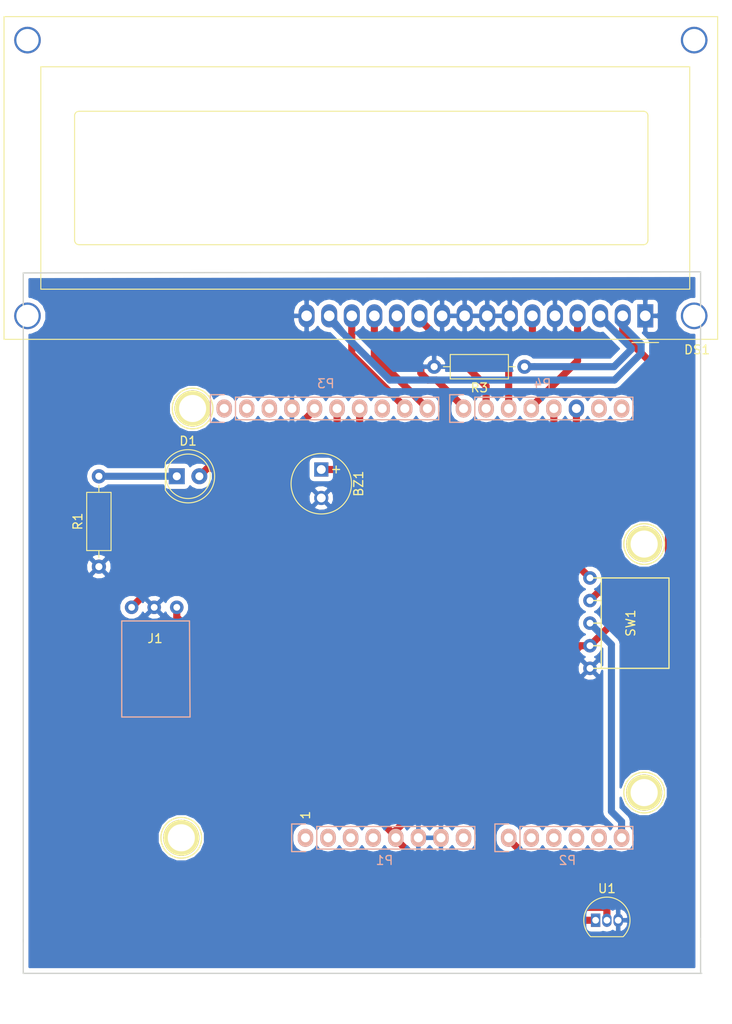
<source format=kicad_pcb>
(kicad_pcb (version 20171130) (host pcbnew "(5.0.1-3-g963ef8bb5)")

  (general
    (thickness 1.6)
    (drawings 24)
    (tracks 87)
    (zones 0)
    (modules 16)
    (nets 35)
  )

  (page A4)
  (title_block
    (date "lun. 30 mars 2015")
  )

  (layers
    (0 F.Cu signal)
    (31 B.Cu signal)
    (32 B.Adhes user)
    (33 F.Adhes user)
    (34 B.Paste user)
    (35 F.Paste user)
    (36 B.SilkS user)
    (37 F.SilkS user)
    (38 B.Mask user)
    (39 F.Mask user)
    (40 Dwgs.User user)
    (41 Cmts.User user)
    (42 Eco1.User user)
    (43 Eco2.User user)
    (44 Edge.Cuts user)
    (45 Margin user)
    (46 B.CrtYd user)
    (47 F.CrtYd user)
    (48 B.Fab user)
    (49 F.Fab user)
  )

  (setup
    (last_trace_width 0.8)
    (trace_clearance 0.3)
    (zone_clearance 0.508)
    (zone_45_only no)
    (trace_min 0.2)
    (segment_width 0.15)
    (edge_width 0.15)
    (via_size 2)
    (via_drill 0.8)
    (via_min_size 0.4)
    (via_min_drill 0.3)
    (uvia_size 0.3)
    (uvia_drill 0.1)
    (uvias_allowed no)
    (uvia_min_size 0.2)
    (uvia_min_drill 0.1)
    (pcb_text_width 0.3)
    (pcb_text_size 1.5 1.5)
    (mod_edge_width 0.15)
    (mod_text_size 1 1)
    (mod_text_width 0.15)
    (pad_size 1.524 1.524)
    (pad_drill 0.762)
    (pad_to_mask_clearance 0)
    (solder_mask_min_width 0.25)
    (aux_axis_origin 110.998 126.365)
    (grid_origin 110.998 126.365)
    (visible_elements FFFFFF7F)
    (pcbplotparams
      (layerselection 0x00030_80000001)
      (usegerberextensions false)
      (usegerberattributes false)
      (usegerberadvancedattributes false)
      (creategerberjobfile false)
      (excludeedgelayer true)
      (linewidth 0.100000)
      (plotframeref false)
      (viasonmask false)
      (mode 1)
      (useauxorigin false)
      (hpglpennumber 1)
      (hpglpenspeed 20)
      (hpglpendiameter 15.000000)
      (psnegative false)
      (psa4output false)
      (plotreference true)
      (plotvalue true)
      (plotinvisibletext false)
      (padsonsilk false)
      (subtractmaskfromsilk false)
      (outputformat 1)
      (mirror false)
      (drillshape 1)
      (scaleselection 1)
      (outputdirectory ""))
  )

  (net 0 "")
  (net 1 /IOREF)
  (net 2 /Reset)
  (net 3 +5V)
  (net 4 GND)
  (net 5 /Vin)
  (net 6 /A0)
  (net 7 /A1)
  (net 8 /A2)
  (net 9 /A3)
  (net 10 /AREF)
  (net 11 "/A4(SDA)")
  (net 12 "/A5(SCL)")
  (net 13 "/9(**)")
  (net 14 /8)
  (net 15 /7)
  (net 16 "/6(**)")
  (net 17 "/5(**)")
  (net 18 /4)
  (net 19 "/3(**)")
  (net 20 /2)
  (net 21 "/1(Tx)")
  (net 22 "/0(Rx)")
  (net 23 "Net-(P5-Pad1)")
  (net 24 "Net-(P6-Pad1)")
  (net 25 "Net-(P7-Pad1)")
  (net 26 "Net-(P8-Pad1)")
  (net 27 "/13(SCK)")
  (net 28 "/10(**/SS)")
  (net 29 "Net-(P1-Pad1)")
  (net 30 +3V3)
  (net 31 "/12(MISO)")
  (net 32 "/11(**/MOSI)")
  (net 33 "Net-(D1-Pad1)")
  (net 34 "Net-(DS1-Pad3)")

  (net_class Default "This is the default net class."
    (clearance 0.3)
    (trace_width 0.8)
    (via_dia 2)
    (via_drill 0.8)
    (uvia_dia 0.3)
    (uvia_drill 0.1)
    (add_net +3V3)
    (add_net +5V)
    (add_net "/0(Rx)")
    (add_net "/1(Tx)")
    (add_net "/10(**/SS)")
    (add_net "/11(**/MOSI)")
    (add_net "/12(MISO)")
    (add_net "/13(SCK)")
    (add_net /2)
    (add_net "/3(**)")
    (add_net /4)
    (add_net "/5(**)")
    (add_net "/6(**)")
    (add_net /7)
    (add_net /8)
    (add_net "/9(**)")
    (add_net /A0)
    (add_net /A1)
    (add_net /A2)
    (add_net /A3)
    (add_net "/A4(SDA)")
    (add_net "/A5(SCL)")
    (add_net /AREF)
    (add_net /IOREF)
    (add_net /Reset)
    (add_net /Vin)
    (add_net GND)
    (add_net "Net-(D1-Pad1)")
    (add_net "Net-(DS1-Pad3)")
    (add_net "Net-(P1-Pad1)")
    (add_net "Net-(P5-Pad1)")
    (add_net "Net-(P6-Pad1)")
    (add_net "Net-(P7-Pad1)")
    (add_net "Net-(P8-Pad1)")
  )

  (module Display:WC1602A (layer F.Cu) (tedit 5C1B7CE0) (tstamp 5BE3C6BC)
    (at 177.165 65.151 180)
    (descr "LCD 16x2 http://www.wincomlcd.com/pdf/WC1602A-SFYLYHTC06.pdf")
    (tags "LCD 16x2 Alphanumeric 16pin")
    (path /5BD74072)
    (fp_text reference DS1 (at -5.82 -3.81 180) (layer F.SilkS)
      (effects (font (size 1 1) (thickness 0.15)))
    )
    (fp_text value WC1602A (at -4.31 34.66 180) (layer F.Fab)
      (effects (font (size 1 1) (thickness 0.15)))
    )
    (fp_line (start -8.14 33.64) (end 72.14 33.64) (layer F.SilkS) (width 0.12))
    (fp_line (start 72.14 33.64) (end 72.14 -2.64) (layer F.SilkS) (width 0.12))
    (fp_line (start 72.14 -2.64) (end -7.34 -2.64) (layer F.SilkS) (width 0.12))
    (fp_line (start -8.14 -2.64) (end -8.14 33.64) (layer F.SilkS) (width 0.12))
    (fp_line (start -8.13 -2.64) (end -7.34 -2.64) (layer F.SilkS) (width 0.12))
    (fp_line (start -8.25 -2.75) (end -8.25 33.75) (layer F.CrtYd) (width 0.05))
    (fp_line (start -8.25 33.75) (end 72.25 33.75) (layer F.CrtYd) (width 0.05))
    (fp_line (start 72.25 -2.75) (end 72.25 33.75) (layer F.CrtYd) (width 0.05))
    (fp_line (start -1.5 -3) (end 1.5 -3) (layer F.SilkS) (width 0.12))
    (fp_line (start -8.25 -2.75) (end 72.25 -2.75) (layer F.CrtYd) (width 0.05))
    (fp_line (start 1 -2.5) (end 0 -1.5) (layer F.Fab) (width 0.1))
    (fp_line (start 0 -1.5) (end -1 -2.5) (layer F.Fab) (width 0.1))
    (fp_line (start -1 -2.5) (end -8 -2.5) (layer F.Fab) (width 0.1))
    (fp_text user %R (at 30.37 14.74 180) (layer F.Fab)
      (effects (font (size 1 1) (thickness 0.1)))
    )
    (fp_line (start 0.2 8) (end 63.7 8) (layer F.SilkS) (width 0.12))
    (fp_line (start -0.29972 22.49932) (end -0.29972 8.5) (layer F.SilkS) (width 0.12))
    (fp_line (start 63.70066 23) (end 0.2 23) (layer F.SilkS) (width 0.12))
    (fp_line (start 64.2 8.5) (end 64.2 22.5) (layer F.SilkS) (width 0.12))
    (fp_arc (start 63.7 8.5) (end 63.7 8) (angle 90) (layer F.SilkS) (width 0.12))
    (fp_arc (start 63.70066 22.49932) (end 64.20104 22.49932) (angle 90) (layer F.SilkS) (width 0.12))
    (fp_arc (start 0.20066 22.49932) (end 0.20066 22.9997) (angle 90) (layer F.SilkS) (width 0.12))
    (fp_arc (start 0.20066 8.49884) (end -0.29972 8.49884) (angle 90) (layer F.SilkS) (width 0.12))
    (fp_line (start -5 3) (end 68 3) (layer F.SilkS) (width 0.12))
    (fp_line (start 68 3) (end 68 28) (layer F.SilkS) (width 0.12))
    (fp_line (start 68 28) (end -5 28) (layer F.SilkS) (width 0.12))
    (fp_line (start -5 28) (end -5 3) (layer F.SilkS) (width 0.12))
    (fp_line (start 1 -2.5) (end 72 -2.5) (layer F.Fab) (width 0.1))
    (fp_line (start 72 -2.5) (end 72 33.5) (layer F.Fab) (width 0.1))
    (fp_line (start 72 33.5) (end -8 33.5) (layer F.Fab) (width 0.1))
    (fp_line (start -8 33.5) (end -8 -2.5) (layer F.Fab) (width 0.1))
    (pad 1 thru_hole rect (at 0 0 180) (size 1.8 2.6) (drill 1.2) (layers *.Cu *.Mask)
      (net 4 GND))
    (pad 2 thru_hole oval (at 2.54 0 180) (size 1.8 2.6) (drill 1.2) (layers *.Cu *.Mask)
      (net 3 +5V))
    (pad 3 thru_hole oval (at 5.08 0 180) (size 1.8 2.6) (drill 1.2) (layers *.Cu *.Mask)
      (net 34 "Net-(DS1-Pad3)"))
    (pad 4 thru_hole oval (at 7.62 0 180) (size 1.8 2.6) (drill 1.2) (layers *.Cu *.Mask)
      (net 18 /4))
    (pad 5 thru_hole oval (at 10.16 0 180) (size 1.8 2.6) (drill 1.2) (layers *.Cu *.Mask)
      (net 4 GND))
    (pad 6 thru_hole oval (at 12.7 0 180) (size 1.8 2.6) (drill 1.2) (layers *.Cu *.Mask)
      (net 17 "/5(**)"))
    (pad 7 thru_hole oval (at 15.24 0 180) (size 1.8 2.6) (drill 1.2) (layers *.Cu *.Mask)
      (net 4 GND))
    (pad 8 thru_hole oval (at 17.78 0 180) (size 1.8 2.6) (drill 1.2) (layers *.Cu *.Mask)
      (net 4 GND))
    (pad 9 thru_hole oval (at 20.32 0 180) (size 1.8 2.6) (drill 1.2) (layers *.Cu *.Mask)
      (net 4 GND))
    (pad 10 thru_hole oval (at 22.86 0 180) (size 1.8 2.6) (drill 1.2) (layers *.Cu *.Mask)
      (net 4 GND))
    (pad 11 thru_hole oval (at 25.4 0 180) (size 1.8 2.6) (drill 1.2) (layers *.Cu *.Mask)
      (net 16 "/6(**)"))
    (pad 12 thru_hole oval (at 27.94 0 180) (size 1.8 2.6) (drill 1.2) (layers *.Cu *.Mask)
      (net 15 /7))
    (pad 13 thru_hole oval (at 30.48 0 180) (size 1.8 2.6) (drill 1.2) (layers *.Cu *.Mask)
      (net 14 /8))
    (pad 14 thru_hole oval (at 33.02 0 180) (size 1.8 2.6) (drill 1.2) (layers *.Cu *.Mask)
      (net 13 "/9(**)"))
    (pad 15 thru_hole oval (at 35.56 0 180) (size 1.8 2.6) (drill 1.2) (layers *.Cu *.Mask)
      (net 3 +5V))
    (pad 16 thru_hole oval (at 38.1 0 180) (size 1.8 2.6) (drill 1.2) (layers *.Cu *.Mask)
      (net 4 GND))
    (pad "" thru_hole circle (at -5.4991 0 180) (size 3 3) (drill 2.5) (layers *.Cu *.Mask))
    (pad "" thru_hole circle (at -5.4991 31.0007 180) (size 3 3) (drill 2.5) (layers *.Cu *.Mask))
    (pad "" thru_hole circle (at 69.49948 31.0007 180) (size 3 3) (drill 2.5) (layers *.Cu *.Mask))
    (pad "" thru_hole circle (at 69.5 0 180) (size 3 3) (drill 2.5) (layers *.Cu *.Mask))
    (model ${KISYS3DMOD}/Display.3dshapes/WC1602A.wrl
      (at (xyz 0 0 0))
      (scale (xyz 1 1 1))
      (rotate (xyz 0 0 0))
    )
  )

  (module Socket_Arduino_Uno:Socket_Strip_Arduino_1x08 locked (layer B.Cu) (tedit 552168D2) (tstamp 551AF9EA)
    (at 138.938 123.825)
    (descr "Through hole socket strip")
    (tags "socket strip")
    (path /56D70129)
    (fp_text reference P1 (at 8.89 2.54) (layer B.SilkS)
      (effects (font (size 1 1) (thickness 0.15)) (justify mirror))
    )
    (fp_text value Power (at 8.89 4.064) (layer B.Fab)
      (effects (font (size 1 1) (thickness 0.15)) (justify mirror))
    )
    (fp_line (start -1.75 1.75) (end -1.75 -1.75) (layer B.CrtYd) (width 0.05))
    (fp_line (start 19.55 1.75) (end 19.55 -1.75) (layer B.CrtYd) (width 0.05))
    (fp_line (start -1.75 1.75) (end 19.55 1.75) (layer B.CrtYd) (width 0.05))
    (fp_line (start -1.75 -1.75) (end 19.55 -1.75) (layer B.CrtYd) (width 0.05))
    (fp_line (start 1.27 -1.27) (end 19.05 -1.27) (layer B.SilkS) (width 0.15))
    (fp_line (start 19.05 -1.27) (end 19.05 1.27) (layer B.SilkS) (width 0.15))
    (fp_line (start 19.05 1.27) (end 1.27 1.27) (layer B.SilkS) (width 0.15))
    (fp_line (start -1.55 -1.55) (end 0 -1.55) (layer B.SilkS) (width 0.15))
    (fp_line (start 1.27 -1.27) (end 1.27 1.27) (layer B.SilkS) (width 0.15))
    (fp_line (start 0 1.55) (end -1.55 1.55) (layer B.SilkS) (width 0.15))
    (fp_line (start -1.55 1.55) (end -1.55 -1.55) (layer B.SilkS) (width 0.15))
    (pad 1 thru_hole oval (at 0 0) (size 1.7272 2.032) (drill 1.016) (layers *.Cu *.Mask B.SilkS)
      (net 29 "Net-(P1-Pad1)"))
    (pad 2 thru_hole oval (at 2.54 0) (size 1.7272 2.032) (drill 1.016) (layers *.Cu *.Mask B.SilkS)
      (net 1 /IOREF))
    (pad 3 thru_hole oval (at 5.08 0) (size 1.7272 2.032) (drill 1.016) (layers *.Cu *.Mask B.SilkS)
      (net 2 /Reset))
    (pad 4 thru_hole oval (at 7.62 0) (size 1.7272 2.032) (drill 1.016) (layers *.Cu *.Mask B.SilkS)
      (net 30 +3V3))
    (pad 5 thru_hole oval (at 10.16 0) (size 1.7272 2.032) (drill 1.016) (layers *.Cu *.Mask B.SilkS)
      (net 3 +5V))
    (pad 6 thru_hole oval (at 12.7 0) (size 1.7272 2.032) (drill 1.016) (layers *.Cu *.Mask B.SilkS)
      (net 4 GND))
    (pad 7 thru_hole oval (at 15.24 0) (size 1.7272 2.032) (drill 1.016) (layers *.Cu *.Mask B.SilkS)
      (net 4 GND))
    (pad 8 thru_hole oval (at 17.78 0) (size 1.7272 2.032) (drill 1.016) (layers *.Cu *.Mask B.SilkS)
      (net 5 /Vin))
    (model ${KIPRJMOD}/Socket_Arduino_Uno.3dshapes/Socket_header_Arduino_1x08.wrl
      (offset (xyz 8.889999866485596 0 0))
      (scale (xyz 1 1 1))
      (rotate (xyz 0 0 180))
    )
  )

  (module Socket_Arduino_Uno:Socket_Strip_Arduino_1x06 locked (layer B.Cu) (tedit 552168D6) (tstamp 551AF9FF)
    (at 161.798 123.825)
    (descr "Through hole socket strip")
    (tags "socket strip")
    (path /56D70DD8)
    (fp_text reference P2 (at 6.604 2.54) (layer B.SilkS)
      (effects (font (size 1 1) (thickness 0.15)) (justify mirror))
    )
    (fp_text value Analog (at 6.604 4.064) (layer B.Fab)
      (effects (font (size 1 1) (thickness 0.15)) (justify mirror))
    )
    (fp_line (start -1.75 1.75) (end -1.75 -1.75) (layer B.CrtYd) (width 0.05))
    (fp_line (start 14.45 1.75) (end 14.45 -1.75) (layer B.CrtYd) (width 0.05))
    (fp_line (start -1.75 1.75) (end 14.45 1.75) (layer B.CrtYd) (width 0.05))
    (fp_line (start -1.75 -1.75) (end 14.45 -1.75) (layer B.CrtYd) (width 0.05))
    (fp_line (start 1.27 -1.27) (end 13.97 -1.27) (layer B.SilkS) (width 0.15))
    (fp_line (start 13.97 -1.27) (end 13.97 1.27) (layer B.SilkS) (width 0.15))
    (fp_line (start 13.97 1.27) (end 1.27 1.27) (layer B.SilkS) (width 0.15))
    (fp_line (start -1.55 -1.55) (end 0 -1.55) (layer B.SilkS) (width 0.15))
    (fp_line (start 1.27 -1.27) (end 1.27 1.27) (layer B.SilkS) (width 0.15))
    (fp_line (start 0 1.55) (end -1.55 1.55) (layer B.SilkS) (width 0.15))
    (fp_line (start -1.55 1.55) (end -1.55 -1.55) (layer B.SilkS) (width 0.15))
    (pad 1 thru_hole oval (at 0 0) (size 1.7272 2.032) (drill 1.016) (layers *.Cu *.Mask B.SilkS)
      (net 6 /A0))
    (pad 2 thru_hole oval (at 2.54 0) (size 1.7272 2.032) (drill 1.016) (layers *.Cu *.Mask B.SilkS)
      (net 7 /A1))
    (pad 3 thru_hole oval (at 5.08 0) (size 1.7272 2.032) (drill 1.016) (layers *.Cu *.Mask B.SilkS)
      (net 8 /A2))
    (pad 4 thru_hole oval (at 7.62 0) (size 1.7272 2.032) (drill 1.016) (layers *.Cu *.Mask B.SilkS)
      (net 9 /A3))
    (pad 5 thru_hole oval (at 10.16 0) (size 1.7272 2.032) (drill 1.016) (layers *.Cu *.Mask B.SilkS)
      (net 11 "/A4(SDA)"))
    (pad 6 thru_hole oval (at 12.7 0) (size 1.7272 2.032) (drill 1.016) (layers *.Cu *.Mask B.SilkS)
      (net 12 "/A5(SCL)"))
    (model ${KIPRJMOD}/Socket_Arduino_Uno.3dshapes/Socket_header_Arduino_1x06.wrl
      (offset (xyz 6.349999904632568 0 0))
      (scale (xyz 1 1 1))
      (rotate (xyz 0 0 180))
    )
  )

  (module Socket_Arduino_Uno:Socket_Strip_Arduino_1x10 locked (layer B.Cu) (tedit 552168BF) (tstamp 551AFA18)
    (at 129.794 75.565)
    (descr "Through hole socket strip")
    (tags "socket strip")
    (path /56D721E0)
    (fp_text reference P3 (at 11.43 -2.794) (layer B.SilkS)
      (effects (font (size 1 1) (thickness 0.15)) (justify mirror))
    )
    (fp_text value Digital (at 11.43 -4.318) (layer B.Fab)
      (effects (font (size 1 1) (thickness 0.15)) (justify mirror))
    )
    (fp_line (start -1.75 1.75) (end -1.75 -1.75) (layer B.CrtYd) (width 0.05))
    (fp_line (start 24.65 1.75) (end 24.65 -1.75) (layer B.CrtYd) (width 0.05))
    (fp_line (start -1.75 1.75) (end 24.65 1.75) (layer B.CrtYd) (width 0.05))
    (fp_line (start -1.75 -1.75) (end 24.65 -1.75) (layer B.CrtYd) (width 0.05))
    (fp_line (start 1.27 -1.27) (end 24.13 -1.27) (layer B.SilkS) (width 0.15))
    (fp_line (start 24.13 -1.27) (end 24.13 1.27) (layer B.SilkS) (width 0.15))
    (fp_line (start 24.13 1.27) (end 1.27 1.27) (layer B.SilkS) (width 0.15))
    (fp_line (start -1.55 -1.55) (end 0 -1.55) (layer B.SilkS) (width 0.15))
    (fp_line (start 1.27 -1.27) (end 1.27 1.27) (layer B.SilkS) (width 0.15))
    (fp_line (start 0 1.55) (end -1.55 1.55) (layer B.SilkS) (width 0.15))
    (fp_line (start -1.55 1.55) (end -1.55 -1.55) (layer B.SilkS) (width 0.15))
    (pad 1 thru_hole oval (at 0 0) (size 1.7272 2.032) (drill 1.016) (layers *.Cu *.Mask B.SilkS)
      (net 12 "/A5(SCL)"))
    (pad 2 thru_hole oval (at 2.54 0) (size 1.7272 2.032) (drill 1.016) (layers *.Cu *.Mask B.SilkS)
      (net 11 "/A4(SDA)"))
    (pad 3 thru_hole oval (at 5.08 0) (size 1.7272 2.032) (drill 1.016) (layers *.Cu *.Mask B.SilkS)
      (net 10 /AREF))
    (pad 4 thru_hole oval (at 7.62 0) (size 1.7272 2.032) (drill 1.016) (layers *.Cu *.Mask B.SilkS)
      (net 4 GND))
    (pad 5 thru_hole oval (at 10.16 0) (size 1.7272 2.032) (drill 1.016) (layers *.Cu *.Mask B.SilkS)
      (net 27 "/13(SCK)"))
    (pad 6 thru_hole oval (at 12.7 0) (size 1.7272 2.032) (drill 1.016) (layers *.Cu *.Mask B.SilkS)
      (net 31 "/12(MISO)"))
    (pad 7 thru_hole oval (at 15.24 0) (size 1.7272 2.032) (drill 1.016) (layers *.Cu *.Mask B.SilkS)
      (net 32 "/11(**/MOSI)"))
    (pad 8 thru_hole oval (at 17.78 0) (size 1.7272 2.032) (drill 1.016) (layers *.Cu *.Mask B.SilkS)
      (net 28 "/10(**/SS)"))
    (pad 9 thru_hole oval (at 20.32 0) (size 1.7272 2.032) (drill 1.016) (layers *.Cu *.Mask B.SilkS)
      (net 13 "/9(**)"))
    (pad 10 thru_hole oval (at 22.86 0) (size 1.7272 2.032) (drill 1.016) (layers *.Cu *.Mask B.SilkS)
      (net 14 /8))
    (model ${KIPRJMOD}/Socket_Arduino_Uno.3dshapes/Socket_header_Arduino_1x10.wrl
      (offset (xyz 11.42999982833862 0 0))
      (scale (xyz 1 1 1))
      (rotate (xyz 0 0 180))
    )
  )

  (module Socket_Arduino_Uno:Socket_Strip_Arduino_1x08 (layer B.Cu) (tedit 5C1B7D55) (tstamp 551AFA2F)
    (at 156.718 75.565)
    (descr "Through hole socket strip")
    (tags "socket strip")
    (path /56D7164F)
    (fp_text reference P4 (at 8.89 -2.794) (layer B.SilkS)
      (effects (font (size 1 1) (thickness 0.15)) (justify mirror))
    )
    (fp_text value Digital (at 8.89 -4.318) (layer B.Fab)
      (effects (font (size 1 1) (thickness 0.15)) (justify mirror))
    )
    (fp_line (start -1.75 1.75) (end -1.75 -1.75) (layer B.CrtYd) (width 0.05))
    (fp_line (start 19.55 1.75) (end 19.55 -1.75) (layer B.CrtYd) (width 0.05))
    (fp_line (start -1.75 1.75) (end 19.55 1.75) (layer B.CrtYd) (width 0.05))
    (fp_line (start -1.75 -1.75) (end 19.55 -1.75) (layer B.CrtYd) (width 0.05))
    (fp_line (start 1.27 -1.27) (end 19.05 -1.27) (layer B.SilkS) (width 0.15))
    (fp_line (start 19.05 -1.27) (end 19.05 1.27) (layer B.SilkS) (width 0.15))
    (fp_line (start 19.05 1.27) (end 1.27 1.27) (layer B.SilkS) (width 0.15))
    (fp_line (start -1.55 -1.55) (end 0 -1.55) (layer B.SilkS) (width 0.15))
    (fp_line (start 1.27 -1.27) (end 1.27 1.27) (layer B.SilkS) (width 0.15))
    (fp_line (start 0 1.55) (end -1.55 1.55) (layer B.SilkS) (width 0.15))
    (fp_line (start -1.55 1.55) (end -1.55 -1.55) (layer B.SilkS) (width 0.15))
    (pad 1 thru_hole oval (at 0 0) (size 1.7272 2.032) (drill 1.016) (layers *.Cu *.Mask B.SilkS)
      (net 15 /7))
    (pad 2 thru_hole oval (at 2.54 0) (size 1.7272 2.032) (drill 1.016) (layers *.Cu *.Mask B.SilkS)
      (net 16 "/6(**)"))
    (pad 3 thru_hole oval (at 5.08 0) (size 1.7272 2.032) (drill 1.016) (layers *.Cu *.Mask B.SilkS)
      (net 17 "/5(**)"))
    (pad 4 thru_hole oval (at 7.62 0) (size 1.7272 2.032) (drill 1.016) (layers *.Cu *.Mask B.SilkS)
      (net 18 /4))
    (pad 5 thru_hole oval (at 10.16 0) (size 1.7272 2.032) (drill 1.016) (layers *.Cu *.Mask B.SilkS)
      (net 19 "/3(**)"))
    (pad 6 thru_hole oval (at 12.7 0) (size 1.7272 2.032) (drill 1.016) (layers *.Cu *.Mask)
      (net 20 /2))
    (pad 7 thru_hole oval (at 15.24 0) (size 1.7272 2.032) (drill 1.016) (layers *.Cu *.Mask B.SilkS)
      (net 21 "/1(Tx)"))
    (pad 8 thru_hole oval (at 17.78 0) (size 1.7272 2.032) (drill 1.016) (layers *.Cu *.Mask B.SilkS)
      (net 22 "/0(Rx)"))
    (model ${KIPRJMOD}/Socket_Arduino_Uno.3dshapes/Socket_header_Arduino_1x08.wrl
      (offset (xyz 8.889999866485596 0 0))
      (scale (xyz 1 1 1))
      (rotate (xyz 0 0 180))
    )
  )

  (module Socket_Arduino_Uno:Arduino_1pin locked (layer F.Cu) (tedit 5524FC39) (tstamp 5524FC3F)
    (at 124.968 123.825)
    (descr "module 1 pin (ou trou mecanique de percage)")
    (tags DEV)
    (path /56D71177)
    (fp_text reference P5 (at 0 -3.048) (layer F.SilkS) hide
      (effects (font (size 1 1) (thickness 0.15)))
    )
    (fp_text value CONN_01X01 (at 0 2.794) (layer F.Fab) hide
      (effects (font (size 1 1) (thickness 0.15)))
    )
    (fp_circle (center 0 0) (end 0 -2.286) (layer F.SilkS) (width 0.15))
    (pad 1 thru_hole circle (at 0 0) (size 4.064 4.064) (drill 3.048) (layers *.Cu *.Mask F.SilkS)
      (net 23 "Net-(P5-Pad1)"))
  )

  (module Socket_Arduino_Uno:Arduino_1pin locked (layer F.Cu) (tedit 5524FC4A) (tstamp 5524FC44)
    (at 177.038 118.745)
    (descr "module 1 pin (ou trou mecanique de percage)")
    (tags DEV)
    (path /56D71274)
    (fp_text reference P6 (at 0 -3.048) (layer F.SilkS) hide
      (effects (font (size 1 1) (thickness 0.15)))
    )
    (fp_text value CONN_01X01 (at 0 2.794) (layer F.Fab) hide
      (effects (font (size 1 1) (thickness 0.15)))
    )
    (fp_circle (center 0 0) (end 0 -2.286) (layer F.SilkS) (width 0.15))
    (pad 1 thru_hole circle (at 0 0) (size 4.064 4.064) (drill 3.048) (layers *.Cu *.Mask F.SilkS)
      (net 24 "Net-(P6-Pad1)"))
  )

  (module Socket_Arduino_Uno:Arduino_1pin locked (layer F.Cu) (tedit 5524FC2F) (tstamp 5524FC49)
    (at 126.238 75.565)
    (descr "module 1 pin (ou trou mecanique de percage)")
    (tags DEV)
    (path /56D712A8)
    (fp_text reference P7 (at 0 -3.048) (layer F.SilkS) hide
      (effects (font (size 1 1) (thickness 0.15)))
    )
    (fp_text value CONN_01X01 (at 0 2.794) (layer F.Fab) hide
      (effects (font (size 1 1) (thickness 0.15)))
    )
    (fp_circle (center 0 0) (end 0 -2.286) (layer F.SilkS) (width 0.15))
    (pad 1 thru_hole circle (at 0 0) (size 4.064 4.064) (drill 3.048) (layers *.Cu *.Mask F.SilkS)
      (net 25 "Net-(P7-Pad1)"))
  )

  (module Socket_Arduino_Uno:Arduino_1pin locked (layer F.Cu) (tedit 5524FC41) (tstamp 5524FC4E)
    (at 177.038 90.805)
    (descr "module 1 pin (ou trou mecanique de percage)")
    (tags DEV)
    (path /56D712DB)
    (fp_text reference P8 (at 0 -3.048) (layer F.SilkS) hide
      (effects (font (size 1 1) (thickness 0.15)))
    )
    (fp_text value CONN_01X01 (at 0 2.794) (layer F.Fab) hide
      (effects (font (size 1 1) (thickness 0.15)))
    )
    (fp_circle (center 0 0) (end 0 -2.286) (layer F.SilkS) (width 0.15))
    (pad 1 thru_hole circle (at 0 0) (size 4.064 4.064) (drill 3.048) (layers *.Cu *.Mask F.SilkS)
      (net 26 "Net-(P8-Pad1)"))
  )

  (module LED_THT:LED_D5.0mm (layer F.Cu) (tedit 5995936A) (tstamp 5BE3C686)
    (at 124.46 83.185)
    (descr "LED, diameter 5.0mm, 2 pins, http://cdn-reichelt.de/documents/datenblatt/A500/LL-504BC2E-009.pdf")
    (tags "LED diameter 5.0mm 2 pins")
    (path /5BD7453C)
    (fp_text reference D1 (at 1.27 -3.96) (layer F.SilkS)
      (effects (font (size 1 1) (thickness 0.15)))
    )
    (fp_text value LED (at 1.27 3.96) (layer F.Fab)
      (effects (font (size 1 1) (thickness 0.15)))
    )
    (fp_arc (start 1.27 0) (end -1.23 -1.469694) (angle 299.1) (layer F.Fab) (width 0.1))
    (fp_arc (start 1.27 0) (end -1.29 -1.54483) (angle 148.9) (layer F.SilkS) (width 0.12))
    (fp_arc (start 1.27 0) (end -1.29 1.54483) (angle -148.9) (layer F.SilkS) (width 0.12))
    (fp_circle (center 1.27 0) (end 3.77 0) (layer F.Fab) (width 0.1))
    (fp_circle (center 1.27 0) (end 3.77 0) (layer F.SilkS) (width 0.12))
    (fp_line (start -1.23 -1.469694) (end -1.23 1.469694) (layer F.Fab) (width 0.1))
    (fp_line (start -1.29 -1.545) (end -1.29 1.545) (layer F.SilkS) (width 0.12))
    (fp_line (start -1.95 -3.25) (end -1.95 3.25) (layer F.CrtYd) (width 0.05))
    (fp_line (start -1.95 3.25) (end 4.5 3.25) (layer F.CrtYd) (width 0.05))
    (fp_line (start 4.5 3.25) (end 4.5 -3.25) (layer F.CrtYd) (width 0.05))
    (fp_line (start 4.5 -3.25) (end -1.95 -3.25) (layer F.CrtYd) (width 0.05))
    (fp_text user %R (at 1.25 0) (layer F.Fab)
      (effects (font (size 0.8 0.8) (thickness 0.2)))
    )
    (pad 1 thru_hole rect (at 0 0) (size 1.8 1.8) (drill 0.9) (layers *.Cu *.Mask)
      (net 33 "Net-(D1-Pad1)"))
    (pad 2 thru_hole circle (at 2.54 0) (size 1.8 1.8) (drill 0.9) (layers *.Cu *.Mask)
      (net 27 "/13(SCK)"))
    (model ${KISYS3DMOD}/LED_THT.3dshapes/LED_D5.0mm.wrl
      (at (xyz 0 0 0))
      (scale (xyz 1 1 1))
      (rotate (xyz 0 0 0))
    )
  )

  (module Resistor_THT:R_Axial_DIN0207_L6.3mm_D2.5mm_P10.16mm_Horizontal (layer F.Cu) (tedit 5AE5139B) (tstamp 5BE3C6FF)
    (at 115.697 93.345 90)
    (descr "Resistor, Axial_DIN0207 series, Axial, Horizontal, pin pitch=10.16mm, 0.25W = 1/4W, length*diameter=6.3*2.5mm^2, http://cdn-reichelt.de/documents/datenblatt/B400/1_4W%23YAG.pdf")
    (tags "Resistor Axial_DIN0207 series Axial Horizontal pin pitch 10.16mm 0.25W = 1/4W length 6.3mm diameter 2.5mm")
    (path /5BD7461E)
    (fp_text reference R1 (at 5.08 -2.37 90) (layer F.SilkS)
      (effects (font (size 1 1) (thickness 0.15)))
    )
    (fp_text value R (at 5.08 2.37 90) (layer F.Fab)
      (effects (font (size 1 1) (thickness 0.15)))
    )
    (fp_line (start 1.93 -1.25) (end 1.93 1.25) (layer F.Fab) (width 0.1))
    (fp_line (start 1.93 1.25) (end 8.23 1.25) (layer F.Fab) (width 0.1))
    (fp_line (start 8.23 1.25) (end 8.23 -1.25) (layer F.Fab) (width 0.1))
    (fp_line (start 8.23 -1.25) (end 1.93 -1.25) (layer F.Fab) (width 0.1))
    (fp_line (start 0 0) (end 1.93 0) (layer F.Fab) (width 0.1))
    (fp_line (start 10.16 0) (end 8.23 0) (layer F.Fab) (width 0.1))
    (fp_line (start 1.81 -1.37) (end 1.81 1.37) (layer F.SilkS) (width 0.12))
    (fp_line (start 1.81 1.37) (end 8.35 1.37) (layer F.SilkS) (width 0.12))
    (fp_line (start 8.35 1.37) (end 8.35 -1.37) (layer F.SilkS) (width 0.12))
    (fp_line (start 8.35 -1.37) (end 1.81 -1.37) (layer F.SilkS) (width 0.12))
    (fp_line (start 1.04 0) (end 1.81 0) (layer F.SilkS) (width 0.12))
    (fp_line (start 9.12 0) (end 8.35 0) (layer F.SilkS) (width 0.12))
    (fp_line (start -1.05 -1.5) (end -1.05 1.5) (layer F.CrtYd) (width 0.05))
    (fp_line (start -1.05 1.5) (end 11.21 1.5) (layer F.CrtYd) (width 0.05))
    (fp_line (start 11.21 1.5) (end 11.21 -1.5) (layer F.CrtYd) (width 0.05))
    (fp_line (start 11.21 -1.5) (end -1.05 -1.5) (layer F.CrtYd) (width 0.05))
    (fp_text user %R (at 5.08 0 90) (layer F.Fab)
      (effects (font (size 1 1) (thickness 0.15)))
    )
    (pad 1 thru_hole circle (at 0 0 90) (size 1.6 1.6) (drill 0.8) (layers *.Cu *.Mask)
      (net 4 GND))
    (pad 2 thru_hole oval (at 10.16 0 90) (size 1.6 1.6) (drill 0.8) (layers *.Cu *.Mask)
      (net 33 "Net-(D1-Pad1)"))
    (model ${KISYS3DMOD}/Resistor_THT.3dshapes/R_Axial_DIN0207_L6.3mm_D2.5mm_P10.16mm_Horizontal.wrl
      (at (xyz 0 0 0))
      (scale (xyz 1 1 1))
      (rotate (xyz 0 0 0))
    )
  )

  (module Resistor_THT:R_Axial_DIN0207_L6.3mm_D2.5mm_P10.16mm_Horizontal (layer F.Cu) (tedit 5AE5139B) (tstamp 5BE3C72D)
    (at 163.576 70.866 180)
    (descr "Resistor, Axial_DIN0207 series, Axial, Horizontal, pin pitch=10.16mm, 0.25W = 1/4W, length*diameter=6.3*2.5mm^2, http://cdn-reichelt.de/documents/datenblatt/B400/1_4W%23YAG.pdf")
    (tags "Resistor Axial_DIN0207 series Axial Horizontal pin pitch 10.16mm 0.25W = 1/4W length 6.3mm diameter 2.5mm")
    (path /5BD74478)
    (fp_text reference R3 (at 5.08 -2.37 180) (layer F.SilkS)
      (effects (font (size 1 1) (thickness 0.15)))
    )
    (fp_text value R (at 5.08 2.37 180) (layer F.Fab)
      (effects (font (size 1 1) (thickness 0.15)))
    )
    (fp_line (start 1.93 -1.25) (end 1.93 1.25) (layer F.Fab) (width 0.1))
    (fp_line (start 1.93 1.25) (end 8.23 1.25) (layer F.Fab) (width 0.1))
    (fp_line (start 8.23 1.25) (end 8.23 -1.25) (layer F.Fab) (width 0.1))
    (fp_line (start 8.23 -1.25) (end 1.93 -1.25) (layer F.Fab) (width 0.1))
    (fp_line (start 0 0) (end 1.93 0) (layer F.Fab) (width 0.1))
    (fp_line (start 10.16 0) (end 8.23 0) (layer F.Fab) (width 0.1))
    (fp_line (start 1.81 -1.37) (end 1.81 1.37) (layer F.SilkS) (width 0.12))
    (fp_line (start 1.81 1.37) (end 8.35 1.37) (layer F.SilkS) (width 0.12))
    (fp_line (start 8.35 1.37) (end 8.35 -1.37) (layer F.SilkS) (width 0.12))
    (fp_line (start 8.35 -1.37) (end 1.81 -1.37) (layer F.SilkS) (width 0.12))
    (fp_line (start 1.04 0) (end 1.81 0) (layer F.SilkS) (width 0.12))
    (fp_line (start 9.12 0) (end 8.35 0) (layer F.SilkS) (width 0.12))
    (fp_line (start -1.05 -1.5) (end -1.05 1.5) (layer F.CrtYd) (width 0.05))
    (fp_line (start -1.05 1.5) (end 11.21 1.5) (layer F.CrtYd) (width 0.05))
    (fp_line (start 11.21 1.5) (end 11.21 -1.5) (layer F.CrtYd) (width 0.05))
    (fp_line (start 11.21 -1.5) (end -1.05 -1.5) (layer F.CrtYd) (width 0.05))
    (fp_text user %R (at 5.08 0 180) (layer F.Fab)
      (effects (font (size 1 1) (thickness 0.15)))
    )
    (pad 1 thru_hole circle (at 0 0 180) (size 1.6 1.6) (drill 0.8) (layers *.Cu *.Mask)
      (net 34 "Net-(DS1-Pad3)"))
    (pad 2 thru_hole oval (at 10.16 0 180) (size 1.6 1.6) (drill 0.8) (layers *.Cu *.Mask)
      (net 4 GND))
    (model ${KISYS3DMOD}/Resistor_THT.3dshapes/R_Axial_DIN0207_L6.3mm_D2.5mm_P10.16mm_Horizontal.wrl
      (at (xyz 0 0 0))
      (scale (xyz 1 1 1))
      (rotate (xyz 0 0 0))
    )
  )

  (module Package_TO_SOT_THT:TO-92_Inline (layer F.Cu) (tedit 5A1DD157) (tstamp 5BE3C73F)
    (at 171.577 133.096)
    (descr "TO-92 leads in-line, narrow, oval pads, drill 0.75mm (see NXP sot054_po.pdf)")
    (tags "to-92 sc-43 sc-43a sot54 PA33 transistor")
    (path /5BD74727)
    (fp_text reference U1 (at 1.27 -3.56) (layer F.SilkS)
      (effects (font (size 1 1) (thickness 0.15)))
    )
    (fp_text value TSIC206-TO92 (at 1.27 2.79) (layer F.Fab)
      (effects (font (size 1 1) (thickness 0.15)))
    )
    (fp_text user %R (at 1.27 -3.56) (layer F.Fab)
      (effects (font (size 1 1) (thickness 0.15)))
    )
    (fp_line (start -0.53 1.85) (end 3.07 1.85) (layer F.SilkS) (width 0.12))
    (fp_line (start -0.5 1.75) (end 3 1.75) (layer F.Fab) (width 0.1))
    (fp_line (start -1.46 -2.73) (end 4 -2.73) (layer F.CrtYd) (width 0.05))
    (fp_line (start -1.46 -2.73) (end -1.46 2.01) (layer F.CrtYd) (width 0.05))
    (fp_line (start 4 2.01) (end 4 -2.73) (layer F.CrtYd) (width 0.05))
    (fp_line (start 4 2.01) (end -1.46 2.01) (layer F.CrtYd) (width 0.05))
    (fp_arc (start 1.27 0) (end 1.27 -2.48) (angle 135) (layer F.Fab) (width 0.1))
    (fp_arc (start 1.27 0) (end 1.27 -2.6) (angle -135) (layer F.SilkS) (width 0.12))
    (fp_arc (start 1.27 0) (end 1.27 -2.48) (angle -135) (layer F.Fab) (width 0.1))
    (fp_arc (start 1.27 0) (end 1.27 -2.6) (angle 135) (layer F.SilkS) (width 0.12))
    (pad 2 thru_hole oval (at 1.27 0) (size 1.05 1.5) (drill 0.75) (layers *.Cu *.Mask)
      (net 6 /A0))
    (pad 3 thru_hole oval (at 2.54 0) (size 1.05 1.5) (drill 0.75) (layers *.Cu *.Mask)
      (net 4 GND))
    (pad 1 thru_hole rect (at 0 0) (size 1.05 1.5) (drill 0.75) (layers *.Cu *.Mask)
      (net 3 +5V))
    (model ${KISYS3DMOD}/Package_TO_SOT_THT.3dshapes/TO-92_Inline.wrl
      (at (xyz 0 0 0))
      (scale (xyz 1 1 1))
      (rotate (xyz 0 0 0))
    )
  )

  (module Rotary_Encoder:KY-040 (layer F.Cu) (tedit 5C1B8181) (tstamp 5C2495D0)
    (at 174.752 100.965 270)
    (descr http://henrysbench.capnfatz.com/henrys-bench/arduino-sensors-and-input/keyes-ky-040-arduino-rotary-encoder-user-manual/)
    (path /5C17C856)
    (fp_text reference SW1 (at -1.27 -0.77 270) (layer F.SilkS)
      (effects (font (size 1 1) (thickness 0.15)))
    )
    (fp_text value Encoder_KY-040 (at -1.27 -1.77 270) (layer F.Fab)
      (effects (font (size 1 1) (thickness 0.15)))
    )
    (fp_line (start -6.35 2.54) (end -6.35 -5.08) (layer F.SilkS) (width 0.15))
    (fp_line (start -6.35 -5.08) (end 3.81 -5.08) (layer F.SilkS) (width 0.15))
    (fp_line (start 3.81 -5.08) (end 3.81 2.54) (layer F.SilkS) (width 0.15))
    (fp_line (start 3.81 2.54) (end -6.35 2.54) (layer F.SilkS) (width 0.15))
    (fp_line (start -6.35 2.54) (end -6.35 3.81) (layer F.SilkS) (width 0.15))
    (fp_line (start -3.81 2.54) (end -3.81 3.81) (layer F.SilkS) (width 0.15))
    (fp_line (start -1.27 2.54) (end -1.27 3.81) (layer F.SilkS) (width 0.15))
    (fp_line (start 3.81 2.54) (end 3.81 3.81) (layer F.SilkS) (width 0.15))
    (fp_line (start 1.27 2.54) (end 1.27 3.81) (layer F.SilkS) (width 0.15))
    (pad A thru_hole circle (at -6.35 3.81 270) (size 1.524 1.524) (drill 0.762) (layers *.Cu *.Mask)
      (net 19 "/3(**)"))
    (pad B thru_hole circle (at -3.81 3.81 270) (size 1.524 1.524) (drill 0.762) (layers *.Cu *.Mask)
      (net 20 /2))
    (pad SW thru_hole circle (at -1.27 3.81 270) (size 1.524 1.524) (drill 0.762) (layers *.Cu *.Mask)
      (net 12 "/A5(SCL)"))
    (pad + thru_hole circle (at 1.27 3.81 270) (size 1.524 1.524) (drill 0.762) (layers *.Cu *.Mask)
      (net 3 +5V))
    (pad GND thru_hole circle (at 3.81 3.81 270) (size 1.524 1.524) (drill 0.762) (layers *.Cu *.Mask)
      (net 4 GND))
  )

  (module Buzzer_Beeper:MagneticBuzzer_Kingstate_KCG0601 (layer F.Cu) (tedit 5A030281) (tstamp 5C280DF6)
    (at 140.716 82.423 270)
    (descr "Buzzer, Elektromagnetic Beeper, Summer,")
    (tags "Kingstate KCG0601 ")
    (path /5C117556)
    (fp_text reference BZ1 (at 1.6 -4.2 270) (layer F.SilkS)
      (effects (font (size 1 1) (thickness 0.15)))
    )
    (fp_text value Buzzer (at 1.6 4.4 270) (layer F.Fab)
      (effects (font (size 1 1) (thickness 0.15)))
    )
    (fp_text user + (at 0 -1.6 270) (layer F.SilkS)
      (effects (font (size 1 1) (thickness 0.15)))
    )
    (fp_text user + (at 0 -1.6 270) (layer F.Fab)
      (effects (font (size 1 1) (thickness 0.15)))
    )
    (fp_circle (center 1.6 0) (end 5.15 0) (layer F.CrtYd) (width 0.05))
    (fp_circle (center 1.6 0) (end 4.9 0) (layer F.Fab) (width 0.1))
    (fp_circle (center 1.6 0) (end 2.4 0) (layer F.Fab) (width 0.1))
    (fp_text user %R (at 1.6 -4.2 270) (layer F.Fab)
      (effects (font (size 1 1) (thickness 0.15)))
    )
    (fp_circle (center 1.6 0) (end 5 0) (layer F.SilkS) (width 0.12))
    (pad 1 thru_hole rect (at 0 0 270) (size 1.6 1.6) (drill 1) (layers *.Cu *.Mask)
      (net 31 "/12(MISO)"))
    (pad 2 thru_hole circle (at 3.2 0 270) (size 1.6 1.6) (drill 1) (layers *.Cu *.Mask)
      (net 4 GND))
    (model ${KISYS3DMOD}/Buzzer_Beeper.3dshapes/MagneticBuzzer_Kingstate_KCG0601.wrl
      (at (xyz 0 0 0))
      (scale (xyz 1 1 1))
      (rotate (xyz 0 0 0))
    )
  )

  (module Connector:Relais (layer F.Cu) (tedit 5C1B85D3) (tstamp 5C342BF6)
    (at 122.015516 101.927208 180)
    (path /5C1CE4A5)
    (fp_text reference J1 (at 0 0.5 180) (layer F.SilkS)
      (effects (font (size 1 1) (thickness 0.15)))
    )
    (fp_text value Conn_01x03_Female (at 0 -0.5 180) (layer F.Fab)
      (effects (font (size 1 1) (thickness 0.15)))
    )
    (fp_line (start 3.7465 2.4765) (end 3.7465 -8.3185) (layer B.SilkS) (width 0.15))
    (fp_line (start 3.7465 -8.3185) (end -3.937 -8.3185) (layer B.SilkS) (width 0.15))
    (fp_line (start -3.937 -8.3185) (end -3.8735 2.4765) (layer B.SilkS) (width 0.15))
    (fp_line (start -3.8735 2.4765) (end 3.7465 2.4765) (layer B.SilkS) (width 0.15))
    (pad DC+ thru_hole circle (at -2.444484 4.010208) (size 1.524 1.524) (drill 0.762) (layers *.Cu *.Mask)
      (net 3 +5V))
    (pad DC- thru_hole circle (at 0.095516 4.010208) (size 1.524 1.524) (drill 0.762) (layers *.Cu *.Mask)
      (net 4 GND))
    (pad IN thru_hole circle (at 2.635516 4.010208) (size 1.524 1.524) (drill 0.762) (layers *.Cu *.Mask)
      (net 32 "/11(**/MOSI)"))
  )

  (gr_line (start 183.388 60.198) (end 107.188 60.325) (layer Edge.Cuts) (width 0.15))
  (gr_line (start 183.388 139.065) (end 183.388 135.128) (layer Edge.Cuts) (width 0.15))
  (gr_line (start 107.188 139.065) (end 183.515 139.065) (layer Edge.Cuts) (width 0.15))
  (gr_line (start 107.188 139.065) (end 107.188 135.255) (layer Edge.Cuts) (width 0.15))
  (gr_line (start 183.388 135.255) (end 183.388 60.198) (layer Edge.Cuts) (width 0.15))
  (gr_line (start 107.188 60.325) (end 107.188 135.509) (layer Edge.Cuts) (width 0.15))
  (gr_text 1 (at 138.938 121.285 90) (layer F.SilkS)
    (effects (font (size 1 1) (thickness 0.15)))
  )
  (gr_circle (center 117.348 76.962) (end 118.618 76.962) (layer Dwgs.User) (width 0.15))
  (gr_line (start 114.427 78.994) (end 114.427 74.93) (angle 90) (layer Dwgs.User) (width 0.15))
  (gr_line (start 120.269 78.994) (end 114.427 78.994) (angle 90) (layer Dwgs.User) (width 0.15))
  (gr_line (start 120.269 74.93) (end 120.269 78.994) (angle 90) (layer Dwgs.User) (width 0.15))
  (gr_line (start 114.427 74.93) (end 120.269 74.93) (angle 90) (layer Dwgs.User) (width 0.15))
  (gr_line (start 120.523 93.98) (end 104.648 93.98) (angle 90) (layer Dwgs.User) (width 0.15))
  (gr_line (start 173.355 102.235) (end 173.355 94.615) (angle 90) (layer Dwgs.User) (width 0.15))
  (gr_line (start 178.435 102.235) (end 173.355 102.235) (angle 90) (layer Dwgs.User) (width 0.15))
  (gr_line (start 178.435 94.615) (end 178.435 102.235) (angle 90) (layer Dwgs.User) (width 0.15))
  (gr_line (start 173.355 94.615) (end 178.435 94.615) (angle 90) (layer Dwgs.User) (width 0.15))
  (gr_line (start 109.093 123.19) (end 109.093 114.3) (angle 90) (layer Dwgs.User) (width 0.15))
  (gr_line (start 122.428 123.19) (end 109.093 123.19) (angle 90) (layer Dwgs.User) (width 0.15))
  (gr_line (start 122.428 114.3) (end 122.428 123.19) (angle 90) (layer Dwgs.User) (width 0.15))
  (gr_line (start 109.093 114.3) (end 122.428 114.3) (angle 90) (layer Dwgs.User) (width 0.15))
  (gr_line (start 104.648 93.98) (end 104.648 82.55) (angle 90) (layer Dwgs.User) (width 0.15))
  (gr_line (start 120.523 82.55) (end 120.523 93.98) (angle 90) (layer Dwgs.User) (width 0.15))
  (gr_line (start 104.648 82.55) (end 120.523 82.55) (angle 90) (layer Dwgs.User) (width 0.15))

  (segment (start 149.098 123.825) (end 149.098 123.6726) (width 0.8) (layer B.Cu) (net 3))
  (segment (start 149.098 123.9774) (end 149.098 123.825) (width 0.8) (layer F.Cu) (net 3))
  (segment (start 158.2166 133.096) (end 149.098 123.9774) (width 0.8) (layer F.Cu) (net 3))
  (segment (start 171.577 133.096) (end 158.2166 133.096) (width 0.8) (layer F.Cu) (net 3))
  (segment (start 149.098 123.6726) (end 149.098 123.825) (width 0.8) (layer F.Cu) (net 3))
  (segment (start 149.098 123.00137) (end 149.098 123.825) (width 0.8) (layer F.Cu) (net 3))
  (segment (start 169.86437 102.235) (end 149.098 123.00137) (width 0.8) (layer F.Cu) (net 3))
  (segment (start 170.942 102.235) (end 169.86437 102.235) (width 0.8) (layer F.Cu) (net 3))
  (segment (start 174.125001 65.758106) (end 174.125001 65.650999) (width 0.8) (layer B.Cu) (net 3))
  (segment (start 176.692895 68.326) (end 174.125001 65.758106) (width 0.8) (layer B.Cu) (net 3))
  (segment (start 173.696299 72.366001) (end 176.692895 69.369405) (width 0.8) (layer B.Cu) (net 3))
  (segment (start 148.420001 72.366001) (end 173.696299 72.366001) (width 0.8) (layer B.Cu) (net 3))
  (segment (start 141.605 65.551) (end 148.420001 72.366001) (width 0.8) (layer B.Cu) (net 3))
  (segment (start 143.20501 67.15101) (end 141.605 65.151) (width 0.8) (layer B.Cu) (net 3))
  (segment (start 141.605 65.551) (end 143.20501 67.15101) (width 0.8) (layer B.Cu) (net 3))
  (segment (start 141.605 65.151) (end 141.605 65.551) (width 0.8) (layer B.Cu) (net 3))
  (segment (start 176.692895 69.369405) (end 176.692895 68.326) (width 0.8) (layer B.Cu) (net 3))
  (segment (start 174.125001 65.650999) (end 174.625 65.151) (width 0.8) (layer B.Cu) (net 3))
  (segment (start 124.46 99.0346) (end 131.7244 106.299) (width 0.8) (layer F.Cu) (net 3))
  (segment (start 124.46 97.917) (end 124.46 99.0346) (width 0.8) (layer F.Cu) (net 3))
  (segment (start 131.7244 106.299) (end 149.098 123.6726) (width 0.8) (layer F.Cu) (net 3))
  (segment (start 131.524192 106.098792) (end 131.7244 106.299) (width 0.8) (layer F.Cu) (net 3))
  (segment (start 171.703999 101.473001) (end 170.942 102.235) (width 0.8) (layer F.Cu) (net 3))
  (segment (start 179.770001 93.406999) (end 171.703999 101.473001) (width 0.8) (layer F.Cu) (net 3))
  (segment (start 179.770001 72.396001) (end 179.770001 93.406999) (width 0.8) (layer F.Cu) (net 3))
  (segment (start 174.625 67.251) (end 179.770001 72.396001) (width 0.8) (layer F.Cu) (net 3))
  (segment (start 174.625 65.151) (end 174.625 67.251) (width 0.8) (layer F.Cu) (net 3))
  (segment (start 161.798 123.825) (end 161.798 123.9774) (width 0.8) (layer B.Cu) (net 6))
  (segment (start 172.847 131.830998) (end 172.847 133.096) (width 0.8) (layer F.Cu) (net 6))
  (segment (start 172.662001 131.645999) (end 172.847 131.830998) (width 0.8) (layer F.Cu) (net 6))
  (segment (start 169.466599 131.645999) (end 172.662001 131.645999) (width 0.8) (layer F.Cu) (net 6))
  (segment (start 161.798 123.9774) (end 169.466599 131.645999) (width 0.8) (layer F.Cu) (net 6))
  (segment (start 161.798 123.825) (end 161.798 123.9774) (width 0.8) (layer F.Cu) (net 6))
  (segment (start 174.498 123.6726) (end 174.498 123.825) (width 0.8) (layer B.Cu) (net 12))
  (segment (start 174.498 122.009) (end 174.498 123.825) (width 0.8) (layer B.Cu) (net 12))
  (segment (start 173.355 120.866) (end 174.498 122.009) (width 0.8) (layer B.Cu) (net 12))
  (segment (start 173.355 102.108) (end 173.355 120.866) (width 0.8) (layer B.Cu) (net 12))
  (segment (start 170.942 99.695) (end 173.355 102.108) (width 0.8) (layer B.Cu) (net 12))
  (segment (start 150.114 75.4126) (end 150.114 75.565) (width 0.8) (layer B.Cu) (net 13))
  (segment (start 150.114 75.4126) (end 150.114 75.565) (width 0.8) (layer F.Cu) (net 13))
  (segment (start 144.145 69.4436) (end 150.114 75.4126) (width 0.8) (layer F.Cu) (net 13))
  (segment (start 144.145 65.151) (end 144.145 69.4436) (width 0.8) (layer F.Cu) (net 13))
  (segment (start 152.654 75.4126) (end 152.654 75.565) (width 0.8) (layer B.Cu) (net 14))
  (segment (start 146.685 69.596) (end 152.654 75.565) (width 0.8) (layer F.Cu) (net 14))
  (segment (start 146.685 65.151) (end 146.685 69.596) (width 0.8) (layer F.Cu) (net 14))
  (segment (start 156.718 75.4126) (end 156.718 75.565) (width 0.8) (layer B.Cu) (net 15))
  (segment (start 149.225 65.151) (end 149.225 68.23535) (width 0.8) (layer F.Cu) (net 15))
  (segment (start 151.915999 70.926349) (end 151.915999 71.586001) (width 0.8) (layer F.Cu) (net 15))
  (segment (start 151.915999 71.586001) (end 152.695999 72.366001) (width 0.8) (layer F.Cu) (net 15))
  (segment (start 152.695999 72.366001) (end 153.671401 72.366001) (width 0.8) (layer F.Cu) (net 15))
  (segment (start 156.718 75.4126) (end 156.718 75.565) (width 0.8) (layer F.Cu) (net 15))
  (segment (start 149.225 68.23535) (end 151.915999 70.926349) (width 0.8) (layer F.Cu) (net 15))
  (segment (start 153.671401 72.366001) (end 156.718 75.4126) (width 0.8) (layer F.Cu) (net 15))
  (segment (start 151.765 65.551) (end 159.258 73.044) (width 0.8) (layer F.Cu) (net 16))
  (segment (start 151.765 65.151) (end 151.765 65.551) (width 0.8) (layer F.Cu) (net 16))
  (segment (start 159.258 73.044) (end 159.258 75.565) (width 0.8) (layer F.Cu) (net 16))
  (segment (start 161.798 73.749) (end 161.798 75.565) (width 0.8) (layer F.Cu) (net 17))
  (segment (start 161.798 69.918) (end 161.798 73.749) (width 0.8) (layer F.Cu) (net 17))
  (segment (start 164.465 67.251) (end 161.798 69.918) (width 0.8) (layer F.Cu) (net 17))
  (segment (start 164.465 65.151) (end 164.465 67.251) (width 0.8) (layer F.Cu) (net 17))
  (segment (start 164.338 75.4126) (end 164.338 75.565) (width 0.8) (layer F.Cu) (net 18))
  (segment (start 169.545 70.2056) (end 164.338 75.4126) (width 0.8) (layer F.Cu) (net 18))
  (segment (start 169.545 65.151) (end 169.545 70.2056) (width 0.8) (layer F.Cu) (net 18))
  (segment (start 166.878 90.551) (end 170.942 94.615) (width 0.8) (layer F.Cu) (net 19))
  (segment (start 166.878 75.565) (end 166.878 90.551) (width 0.8) (layer F.Cu) (net 19))
  (segment (start 169.418 75.7174) (end 169.418 75.565) (width 0.8) (layer B.Cu) (net 20))
  (segment (start 169.418 77.381) (end 173.482 81.445) (width 0.8) (layer F.Cu) (net 20))
  (segment (start 169.418 75.565) (end 169.418 77.381) (width 0.8) (layer F.Cu) (net 20))
  (segment (start 173.482 94.615) (end 170.942 97.155) (width 0.8) (layer F.Cu) (net 20))
  (segment (start 173.482 81.445) (end 173.482 94.615) (width 0.8) (layer F.Cu) (net 20))
  (segment (start 133.386399 82.285001) (end 139.954 75.7174) (width 0.8) (layer F.Cu) (net 27))
  (segment (start 127.899999 82.285001) (end 133.386399 82.285001) (width 0.8) (layer F.Cu) (net 27))
  (segment (start 139.954 75.7174) (end 139.954 75.565) (width 0.8) (layer F.Cu) (net 27))
  (segment (start 127 83.185) (end 127.899999 82.285001) (width 0.8) (layer F.Cu) (net 27))
  (segment (start 142.316 82.423) (end 140.716 82.423) (width 0.8) (layer F.Cu) (net 31))
  (segment (start 142.494 82.245) (end 142.316 82.423) (width 0.8) (layer F.Cu) (net 31))
  (segment (start 142.494 75.565) (end 142.494 82.245) (width 0.8) (layer F.Cu) (net 31))
  (segment (start 145.034 75.565) (end 145.034 84.836) (width 0.8) (layer F.Cu) (net 32))
  (segment (start 145.034 84.836) (end 135.001 94.869) (width 0.8) (layer F.Cu) (net 32))
  (segment (start 135.001 94.869) (end 122.428 94.869) (width 0.8) (layer F.Cu) (net 32))
  (segment (start 122.428 94.869) (end 119.38 97.917) (width 0.8) (layer F.Cu) (net 32))
  (segment (start 124.46 83.185) (end 115.697 83.185) (width 0.8) (layer B.Cu) (net 33))
  (segment (start 172.085 65.151) (end 172.085 65.273755) (width 0.8) (layer B.Cu) (net 34))
  (segment (start 172.085 65.273755) (end 175.592884 68.781639) (width 0.8) (layer B.Cu) (net 34))
  (segment (start 164.70737 70.866) (end 163.576 70.866) (width 0.8) (layer B.Cu) (net 34))
  (segment (start 173.64065 70.866) (end 164.70737 70.866) (width 0.8) (layer B.Cu) (net 34))
  (segment (start 175.592884 68.913766) (end 173.64065 70.866) (width 0.8) (layer B.Cu) (net 34))

  (zone (net 4) (net_name GND) (layer B.Cu) (tstamp 0) (hatch edge 0.508)
    (connect_pads (clearance 0.508))
    (min_thickness 0.254)
    (fill yes (arc_segments 16) (thermal_gap 0.508) (thermal_bridge_width 0.508))
    (polygon
      (pts
        (xy 105.537 59.817) (xy 186.944 59.817) (xy 186.944 144.78) (xy 105.537 144.78)
      )
    )
    (filled_polygon
      (pts
        (xy 182.678001 63.016) (xy 182.239422 63.016) (xy 181.45472 63.341034) (xy 180.854134 63.94162) (xy 180.5291 64.726322)
        (xy 180.5291 65.575678) (xy 180.854134 66.36038) (xy 181.45472 66.960966) (xy 182.239422 67.286) (xy 182.678001 67.286)
        (xy 182.678 135.324925) (xy 182.678001 135.32493) (xy 182.678 138.355) (xy 107.898 138.355) (xy 107.898 132.346)
        (xy 170.40456 132.346) (xy 170.40456 133.846) (xy 170.453843 134.093765) (xy 170.594191 134.303809) (xy 170.804235 134.444157)
        (xy 171.052 134.49344) (xy 172.102 134.49344) (xy 172.349765 134.444157) (xy 172.395134 134.413842) (xy 172.847 134.503725)
        (xy 173.299609 134.413695) (xy 173.491996 134.285146) (xy 173.749664 134.431266) (xy 173.81119 134.439964) (xy 173.99 134.314163)
        (xy 173.99 133.520709) (xy 174.007 133.435245) (xy 174.007 133.223) (xy 174.244 133.223) (xy 174.244 134.314163)
        (xy 174.42281 134.439964) (xy 174.484336 134.431266) (xy 174.881255 134.206179) (xy 175.161823 133.846331) (xy 175.283326 133.406506)
        (xy 175.123593 133.223) (xy 174.244 133.223) (xy 174.007 133.223) (xy 174.007 132.756754) (xy 173.99 132.67129)
        (xy 173.99 131.877837) (xy 174.244 131.877837) (xy 174.244 132.969) (xy 175.123593 132.969) (xy 175.283326 132.785494)
        (xy 175.161823 132.345669) (xy 174.881255 131.985821) (xy 174.484336 131.760734) (xy 174.42281 131.752036) (xy 174.244 131.877837)
        (xy 173.99 131.877837) (xy 173.81119 131.752036) (xy 173.749664 131.760734) (xy 173.491996 131.906854) (xy 173.299608 131.778305)
        (xy 172.847 131.688275) (xy 172.395133 131.778157) (xy 172.349765 131.747843) (xy 172.102 131.69856) (xy 171.052 131.69856)
        (xy 170.804235 131.747843) (xy 170.594191 131.888191) (xy 170.453843 132.098235) (xy 170.40456 132.346) (xy 107.898 132.346)
        (xy 107.898 123.294501) (xy 122.301 123.294501) (xy 122.301 124.355499) (xy 122.707026 125.335734) (xy 123.457266 126.085974)
        (xy 124.437501 126.492) (xy 125.498499 126.492) (xy 126.478734 126.085974) (xy 127.228974 125.335734) (xy 127.635 124.355499)
        (xy 127.635 123.525003) (xy 137.4394 123.525003) (xy 137.4394 124.124998) (xy 137.52635 124.562125) (xy 137.85757 125.05783)
        (xy 138.353276 125.38905) (xy 138.938 125.505359) (xy 139.522725 125.38905) (xy 140.01843 125.05783) (xy 140.208 124.774119)
        (xy 140.39757 125.05783) (xy 140.893276 125.38905) (xy 141.478 125.505359) (xy 142.062725 125.38905) (xy 142.55843 125.05783)
        (xy 142.748 124.774119) (xy 142.93757 125.05783) (xy 143.433276 125.38905) (xy 144.018 125.505359) (xy 144.602725 125.38905)
        (xy 145.09843 125.05783) (xy 145.288 124.774119) (xy 145.47757 125.05783) (xy 145.973276 125.38905) (xy 146.558 125.505359)
        (xy 147.142725 125.38905) (xy 147.63843 125.05783) (xy 147.828 124.774119) (xy 148.01757 125.05783) (xy 148.513276 125.38905)
        (xy 149.098 125.505359) (xy 149.682725 125.38905) (xy 150.17843 125.05783) (xy 150.371909 124.768267) (xy 150.735964 125.175732)
        (xy 151.263209 125.429709) (xy 151.278974 125.432358) (xy 151.511 125.311217) (xy 151.511 123.952) (xy 151.765 123.952)
        (xy 151.765 125.311217) (xy 151.997026 125.432358) (xy 152.012791 125.429709) (xy 152.540036 125.175732) (xy 152.908 124.763892)
        (xy 153.275964 125.175732) (xy 153.803209 125.429709) (xy 153.818974 125.432358) (xy 154.051 125.311217) (xy 154.051 123.952)
        (xy 151.765 123.952) (xy 151.511 123.952) (xy 151.491 123.952) (xy 151.491 123.698) (xy 151.511 123.698)
        (xy 151.511 122.338783) (xy 151.765 122.338783) (xy 151.765 123.698) (xy 154.051 123.698) (xy 154.051 122.338783)
        (xy 154.305 122.338783) (xy 154.305 123.698) (xy 154.325 123.698) (xy 154.325 123.952) (xy 154.305 123.952)
        (xy 154.305 125.311217) (xy 154.537026 125.432358) (xy 154.552791 125.429709) (xy 155.080036 125.175732) (xy 155.44409 124.768268)
        (xy 155.63757 125.05783) (xy 156.133276 125.38905) (xy 156.718 125.505359) (xy 157.302725 125.38905) (xy 157.79843 125.05783)
        (xy 158.12965 124.562124) (xy 158.2166 124.124997) (xy 158.2166 123.525003) (xy 160.2994 123.525003) (xy 160.2994 124.124998)
        (xy 160.38635 124.562125) (xy 160.71757 125.05783) (xy 161.213276 125.38905) (xy 161.798 125.505359) (xy 162.382725 125.38905)
        (xy 162.87843 125.05783) (xy 163.068 124.774119) (xy 163.25757 125.05783) (xy 163.753276 125.38905) (xy 164.338 125.505359)
        (xy 164.922725 125.38905) (xy 165.41843 125.05783) (xy 165.608 124.774119) (xy 165.79757 125.05783) (xy 166.293276 125.38905)
        (xy 166.878 125.505359) (xy 167.462725 125.38905) (xy 167.95843 125.05783) (xy 168.148 124.774119) (xy 168.33757 125.05783)
        (xy 168.833276 125.38905) (xy 169.418 125.505359) (xy 170.002725 125.38905) (xy 170.49843 125.05783) (xy 170.688 124.774119)
        (xy 170.87757 125.05783) (xy 171.373276 125.38905) (xy 171.958 125.505359) (xy 172.542725 125.38905) (xy 173.03843 125.05783)
        (xy 173.228 124.774119) (xy 173.41757 125.05783) (xy 173.913276 125.38905) (xy 174.498 125.505359) (xy 175.082725 125.38905)
        (xy 175.57843 125.05783) (xy 175.90965 124.562124) (xy 175.9966 124.124997) (xy 175.9966 123.525002) (xy 175.90965 123.087875)
        (xy 175.57843 122.59217) (xy 175.533 122.561815) (xy 175.533 122.110934) (xy 175.553276 122.008999) (xy 175.472948 121.605163)
        (xy 175.419903 121.525776) (xy 175.244193 121.262807) (xy 175.157776 121.205065) (xy 174.39 120.43729) (xy 174.39 119.321369)
        (xy 174.777026 120.255734) (xy 175.527266 121.005974) (xy 176.507501 121.412) (xy 177.568499 121.412) (xy 178.548734 121.005974)
        (xy 179.298974 120.255734) (xy 179.705 119.275499) (xy 179.705 118.214501) (xy 179.298974 117.234266) (xy 178.548734 116.484026)
        (xy 177.568499 116.078) (xy 176.507501 116.078) (xy 175.527266 116.484026) (xy 174.777026 117.234266) (xy 174.39 118.168631)
        (xy 174.39 102.209932) (xy 174.410276 102.107999) (xy 174.380264 101.957119) (xy 174.329948 101.704163) (xy 174.101193 101.361807)
        (xy 174.014776 101.304065) (xy 172.339 99.62829) (xy 172.339 99.417119) (xy 172.12632 98.903663) (xy 171.733337 98.51068)
        (xy 171.526487 98.425) (xy 171.733337 98.33932) (xy 172.12632 97.946337) (xy 172.339 97.432881) (xy 172.339 96.877119)
        (xy 172.12632 96.363663) (xy 171.733337 95.97068) (xy 171.526487 95.885) (xy 171.733337 95.79932) (xy 172.12632 95.406337)
        (xy 172.339 94.892881) (xy 172.339 94.337119) (xy 172.12632 93.823663) (xy 171.733337 93.43068) (xy 171.219881 93.218)
        (xy 170.664119 93.218) (xy 170.150663 93.43068) (xy 169.75768 93.823663) (xy 169.545 94.337119) (xy 169.545 94.892881)
        (xy 169.75768 95.406337) (xy 170.150663 95.79932) (xy 170.357513 95.885) (xy 170.150663 95.97068) (xy 169.75768 96.363663)
        (xy 169.545 96.877119) (xy 169.545 97.432881) (xy 169.75768 97.946337) (xy 170.150663 98.33932) (xy 170.357513 98.425)
        (xy 170.150663 98.51068) (xy 169.75768 98.903663) (xy 169.545 99.417119) (xy 169.545 99.972881) (xy 169.75768 100.486337)
        (xy 170.150663 100.87932) (xy 170.357513 100.965) (xy 170.150663 101.05068) (xy 169.75768 101.443663) (xy 169.545 101.957119)
        (xy 169.545 102.512881) (xy 169.75768 103.026337) (xy 170.150663 103.41932) (xy 170.341647 103.498428) (xy 170.210857 103.552603)
        (xy 170.141392 103.794787) (xy 170.942 104.595395) (xy 171.742608 103.794787) (xy 171.673143 103.552603) (xy 171.532607 103.502465)
        (xy 171.733337 103.41932) (xy 172.12632 103.026337) (xy 172.32 102.558751) (xy 172.32 104.419516) (xy 172.164397 104.043857)
        (xy 171.922213 103.974392) (xy 171.121605 104.775) (xy 171.922213 105.575608) (xy 172.164397 105.506143) (xy 172.32 105.069993)
        (xy 172.320001 120.764061) (xy 172.299724 120.866) (xy 172.380052 121.269836) (xy 172.380053 121.269837) (xy 172.608808 121.612193)
        (xy 172.695225 121.669935) (xy 173.463 122.437711) (xy 173.463 122.561814) (xy 173.41757 122.59217) (xy 173.228 122.875881)
        (xy 173.03843 122.59217) (xy 172.542724 122.26095) (xy 171.958 122.144641) (xy 171.373275 122.26095) (xy 170.87757 122.59217)
        (xy 170.688 122.875881) (xy 170.49843 122.59217) (xy 170.002724 122.26095) (xy 169.418 122.144641) (xy 168.833275 122.26095)
        (xy 168.33757 122.59217) (xy 168.148 122.875881) (xy 167.95843 122.59217) (xy 167.462724 122.26095) (xy 166.878 122.144641)
        (xy 166.293275 122.26095) (xy 165.79757 122.59217) (xy 165.608 122.875881) (xy 165.41843 122.59217) (xy 164.922724 122.26095)
        (xy 164.338 122.144641) (xy 163.753275 122.26095) (xy 163.25757 122.59217) (xy 163.068 122.875881) (xy 162.87843 122.59217)
        (xy 162.382724 122.26095) (xy 161.798 122.144641) (xy 161.213275 122.26095) (xy 160.71757 122.59217) (xy 160.38635 123.087876)
        (xy 160.2994 123.525003) (xy 158.2166 123.525003) (xy 158.2166 123.525002) (xy 158.12965 123.087875) (xy 157.79843 122.59217)
        (xy 157.302724 122.26095) (xy 156.718 122.144641) (xy 156.133275 122.26095) (xy 155.63757 122.59217) (xy 155.444091 122.881733)
        (xy 155.080036 122.474268) (xy 154.552791 122.220291) (xy 154.537026 122.217642) (xy 154.305 122.338783) (xy 154.051 122.338783)
        (xy 153.818974 122.217642) (xy 153.803209 122.220291) (xy 153.275964 122.474268) (xy 152.908 122.886108) (xy 152.540036 122.474268)
        (xy 152.012791 122.220291) (xy 151.997026 122.217642) (xy 151.765 122.338783) (xy 151.511 122.338783) (xy 151.278974 122.217642)
        (xy 151.263209 122.220291) (xy 150.735964 122.474268) (xy 150.37191 122.881732) (xy 150.17843 122.59217) (xy 149.682724 122.26095)
        (xy 149.098 122.144641) (xy 148.513275 122.26095) (xy 148.01757 122.59217) (xy 147.828 122.875881) (xy 147.63843 122.59217)
        (xy 147.142724 122.26095) (xy 146.558 122.144641) (xy 145.973275 122.26095) (xy 145.47757 122.59217) (xy 145.288 122.875881)
        (xy 145.09843 122.59217) (xy 144.602724 122.26095) (xy 144.018 122.144641) (xy 143.433275 122.26095) (xy 142.93757 122.59217)
        (xy 142.748 122.875881) (xy 142.55843 122.59217) (xy 142.062724 122.26095) (xy 141.478 122.144641) (xy 140.893275 122.26095)
        (xy 140.39757 122.59217) (xy 140.208 122.875881) (xy 140.01843 122.59217) (xy 139.522724 122.26095) (xy 138.938 122.144641)
        (xy 138.353275 122.26095) (xy 137.85757 122.59217) (xy 137.52635 123.087876) (xy 137.4394 123.525003) (xy 127.635 123.525003)
        (xy 127.635 123.294501) (xy 127.228974 122.314266) (xy 126.478734 121.564026) (xy 125.498499 121.158) (xy 124.437501 121.158)
        (xy 123.457266 121.564026) (xy 122.707026 122.314266) (xy 122.301 123.294501) (xy 107.898 123.294501) (xy 107.898 105.755213)
        (xy 170.141392 105.755213) (xy 170.210857 105.997397) (xy 170.734302 106.184144) (xy 171.289368 106.156362) (xy 171.673143 105.997397)
        (xy 171.742608 105.755213) (xy 170.942 104.954605) (xy 170.141392 105.755213) (xy 107.898 105.755213) (xy 107.898 104.567302)
        (xy 169.532856 104.567302) (xy 169.560638 105.122368) (xy 169.719603 105.506143) (xy 169.961787 105.575608) (xy 170.762395 104.775)
        (xy 169.961787 103.974392) (xy 169.719603 104.043857) (xy 169.532856 104.567302) (xy 107.898 104.567302) (xy 107.898 97.639119)
        (xy 117.983 97.639119) (xy 117.983 98.194881) (xy 118.19568 98.708337) (xy 118.588663 99.10132) (xy 119.102119 99.314)
        (xy 119.657881 99.314) (xy 120.171337 99.10132) (xy 120.375444 98.897213) (xy 121.119392 98.897213) (xy 121.188857 99.139397)
        (xy 121.712302 99.326144) (xy 122.267368 99.298362) (xy 122.651143 99.139397) (xy 122.720608 98.897213) (xy 121.92 98.096605)
        (xy 121.119392 98.897213) (xy 120.375444 98.897213) (xy 120.56432 98.708337) (xy 120.643428 98.517353) (xy 120.697603 98.648143)
        (xy 120.939787 98.717608) (xy 121.740395 97.917) (xy 122.099605 97.917) (xy 122.900213 98.717608) (xy 123.142397 98.648143)
        (xy 123.192535 98.507607) (xy 123.27568 98.708337) (xy 123.668663 99.10132) (xy 124.182119 99.314) (xy 124.737881 99.314)
        (xy 125.251337 99.10132) (xy 125.64432 98.708337) (xy 125.857 98.194881) (xy 125.857 97.639119) (xy 125.64432 97.125663)
        (xy 125.251337 96.73268) (xy 124.737881 96.52) (xy 124.182119 96.52) (xy 123.668663 96.73268) (xy 123.27568 97.125663)
        (xy 123.196572 97.316647) (xy 123.142397 97.185857) (xy 122.900213 97.116392) (xy 122.099605 97.917) (xy 121.740395 97.917)
        (xy 120.939787 97.116392) (xy 120.697603 97.185857) (xy 120.647465 97.326393) (xy 120.56432 97.125663) (xy 120.375444 96.936787)
        (xy 121.119392 96.936787) (xy 121.92 97.737395) (xy 122.720608 96.936787) (xy 122.651143 96.694603) (xy 122.127698 96.507856)
        (xy 121.572632 96.535638) (xy 121.188857 96.694603) (xy 121.119392 96.936787) (xy 120.375444 96.936787) (xy 120.171337 96.73268)
        (xy 119.657881 96.52) (xy 119.102119 96.52) (xy 118.588663 96.73268) (xy 118.19568 97.125663) (xy 117.983 97.639119)
        (xy 107.898 97.639119) (xy 107.898 94.352745) (xy 114.868861 94.352745) (xy 114.942995 94.598864) (xy 115.480223 94.791965)
        (xy 116.050454 94.764778) (xy 116.451005 94.598864) (xy 116.525139 94.352745) (xy 115.697 93.524605) (xy 114.868861 94.352745)
        (xy 107.898 94.352745) (xy 107.898 93.128223) (xy 114.250035 93.128223) (xy 114.277222 93.698454) (xy 114.443136 94.099005)
        (xy 114.689255 94.173139) (xy 115.517395 93.345) (xy 115.876605 93.345) (xy 116.704745 94.173139) (xy 116.950864 94.099005)
        (xy 117.143965 93.561777) (xy 117.116778 92.991546) (xy 116.950864 92.590995) (xy 116.704745 92.516861) (xy 115.876605 93.345)
        (xy 115.517395 93.345) (xy 114.689255 92.516861) (xy 114.443136 92.590995) (xy 114.250035 93.128223) (xy 107.898 93.128223)
        (xy 107.898 92.337255) (xy 114.868861 92.337255) (xy 115.697 93.165395) (xy 116.525139 92.337255) (xy 116.451005 92.091136)
        (xy 115.913777 91.898035) (xy 115.343546 91.925222) (xy 114.942995 92.091136) (xy 114.868861 92.337255) (xy 107.898 92.337255)
        (xy 107.898 90.274501) (xy 174.371 90.274501) (xy 174.371 91.335499) (xy 174.777026 92.315734) (xy 175.527266 93.065974)
        (xy 176.507501 93.472) (xy 177.568499 93.472) (xy 178.548734 93.065974) (xy 179.298974 92.315734) (xy 179.705 91.335499)
        (xy 179.705 90.274501) (xy 179.298974 89.294266) (xy 178.548734 88.544026) (xy 177.568499 88.138) (xy 176.507501 88.138)
        (xy 175.527266 88.544026) (xy 174.777026 89.294266) (xy 174.371 90.274501) (xy 107.898 90.274501) (xy 107.898 86.630745)
        (xy 139.887861 86.630745) (xy 139.961995 86.876864) (xy 140.499223 87.069965) (xy 141.069454 87.042778) (xy 141.470005 86.876864)
        (xy 141.544139 86.630745) (xy 140.716 85.802605) (xy 139.887861 86.630745) (xy 107.898 86.630745) (xy 107.898 85.406223)
        (xy 139.269035 85.406223) (xy 139.296222 85.976454) (xy 139.462136 86.377005) (xy 139.708255 86.451139) (xy 140.536395 85.623)
        (xy 140.895605 85.623) (xy 141.723745 86.451139) (xy 141.969864 86.377005) (xy 142.162965 85.839777) (xy 142.135778 85.269546)
        (xy 141.969864 84.868995) (xy 141.723745 84.794861) (xy 140.895605 85.623) (xy 140.536395 85.623) (xy 139.708255 84.794861)
        (xy 139.462136 84.868995) (xy 139.269035 85.406223) (xy 107.898 85.406223) (xy 107.898 83.185) (xy 114.233887 83.185)
        (xy 114.34526 83.744909) (xy 114.662423 84.219577) (xy 115.137091 84.53674) (xy 115.555667 84.62) (xy 115.838333 84.62)
        (xy 116.256909 84.53674) (xy 116.730944 84.22) (xy 122.939413 84.22) (xy 122.961843 84.332765) (xy 123.102191 84.542809)
        (xy 123.312235 84.683157) (xy 123.56 84.73244) (xy 125.36 84.73244) (xy 125.607765 84.683157) (xy 125.817809 84.542809)
        (xy 125.958157 84.332765) (xy 125.961275 84.317092) (xy 126.130493 84.48631) (xy 126.69467 84.72) (xy 127.30533 84.72)
        (xy 127.558206 84.615255) (xy 139.887861 84.615255) (xy 140.716 85.443395) (xy 141.544139 84.615255) (xy 141.470005 84.369136)
        (xy 140.932777 84.176035) (xy 140.362546 84.203222) (xy 139.961995 84.369136) (xy 139.887861 84.615255) (xy 127.558206 84.615255)
        (xy 127.869507 84.48631) (xy 128.30131 84.054507) (xy 128.535 83.49033) (xy 128.535 82.87967) (xy 128.30131 82.315493)
        (xy 127.869507 81.88369) (xy 127.30533 81.65) (xy 126.69467 81.65) (xy 126.130493 81.88369) (xy 125.961275 82.052908)
        (xy 125.958157 82.037235) (xy 125.817809 81.827191) (xy 125.607765 81.686843) (xy 125.36 81.63756) (xy 123.56 81.63756)
        (xy 123.312235 81.686843) (xy 123.102191 81.827191) (xy 122.961843 82.037235) (xy 122.939413 82.15) (xy 116.730944 82.15)
        (xy 116.256909 81.83326) (xy 115.838333 81.75) (xy 115.555667 81.75) (xy 115.137091 81.83326) (xy 114.662423 82.150423)
        (xy 114.34526 82.625091) (xy 114.233887 83.185) (xy 107.898 83.185) (xy 107.898 81.623) (xy 139.26856 81.623)
        (xy 139.26856 83.223) (xy 139.317843 83.470765) (xy 139.458191 83.680809) (xy 139.668235 83.821157) (xy 139.916 83.87044)
        (xy 141.516 83.87044) (xy 141.763765 83.821157) (xy 141.973809 83.680809) (xy 142.114157 83.470765) (xy 142.16344 83.223)
        (xy 142.16344 81.623) (xy 142.114157 81.375235) (xy 141.973809 81.165191) (xy 141.763765 81.024843) (xy 141.516 80.97556)
        (xy 139.916 80.97556) (xy 139.668235 81.024843) (xy 139.458191 81.165191) (xy 139.317843 81.375235) (xy 139.26856 81.623)
        (xy 107.898 81.623) (xy 107.898 75.034501) (xy 123.571 75.034501) (xy 123.571 76.095499) (xy 123.977026 77.075734)
        (xy 124.727266 77.825974) (xy 125.707501 78.232) (xy 126.768499 78.232) (xy 127.748734 77.825974) (xy 128.498974 77.075734)
        (xy 128.652156 76.705918) (xy 128.71357 76.79783) (xy 129.209276 77.12905) (xy 129.794 77.245359) (xy 130.378725 77.12905)
        (xy 130.87443 76.79783) (xy 131.064 76.514119) (xy 131.25357 76.79783) (xy 131.749276 77.12905) (xy 132.334 77.245359)
        (xy 132.918725 77.12905) (xy 133.41443 76.79783) (xy 133.604 76.514119) (xy 133.79357 76.79783) (xy 134.289276 77.12905)
        (xy 134.874 77.245359) (xy 135.458725 77.12905) (xy 135.95443 76.79783) (xy 136.147909 76.508267) (xy 136.511964 76.915732)
        (xy 137.039209 77.169709) (xy 137.054974 77.172358) (xy 137.287 77.051217) (xy 137.287 75.692) (xy 137.267 75.692)
        (xy 137.267 75.438) (xy 137.287 75.438) (xy 137.287 74.078783) (xy 137.541 74.078783) (xy 137.541 75.438)
        (xy 137.561 75.438) (xy 137.561 75.692) (xy 137.541 75.692) (xy 137.541 77.051217) (xy 137.773026 77.172358)
        (xy 137.788791 77.169709) (xy 138.316036 76.915732) (xy 138.68009 76.508268) (xy 138.87357 76.79783) (xy 139.369276 77.12905)
        (xy 139.954 77.245359) (xy 140.538725 77.12905) (xy 141.03443 76.79783) (xy 141.224 76.514119) (xy 141.41357 76.79783)
        (xy 141.909276 77.12905) (xy 142.494 77.245359) (xy 143.078725 77.12905) (xy 143.57443 76.79783) (xy 143.764 76.514119)
        (xy 143.95357 76.79783) (xy 144.449276 77.12905) (xy 145.034 77.245359) (xy 145.618725 77.12905) (xy 146.11443 76.79783)
        (xy 146.304 76.514119) (xy 146.49357 76.79783) (xy 146.989276 77.12905) (xy 147.574 77.245359) (xy 148.158725 77.12905)
        (xy 148.65443 76.79783) (xy 148.844 76.514119) (xy 149.03357 76.79783) (xy 149.529276 77.12905) (xy 150.114 77.245359)
        (xy 150.698725 77.12905) (xy 151.19443 76.79783) (xy 151.384 76.514119) (xy 151.57357 76.79783) (xy 152.069276 77.12905)
        (xy 152.654 77.245359) (xy 153.238725 77.12905) (xy 153.73443 76.79783) (xy 154.06565 76.302124) (xy 154.1526 75.864997)
        (xy 154.1526 75.265003) (xy 155.2194 75.265003) (xy 155.2194 75.864998) (xy 155.30635 76.302125) (xy 155.63757 76.79783)
        (xy 156.133276 77.12905) (xy 156.718 77.245359) (xy 157.302725 77.12905) (xy 157.79843 76.79783) (xy 157.988 76.514119)
        (xy 158.17757 76.79783) (xy 158.673276 77.12905) (xy 159.258 77.245359) (xy 159.842725 77.12905) (xy 160.33843 76.79783)
        (xy 160.528 76.514119) (xy 160.71757 76.79783) (xy 161.213276 77.12905) (xy 161.798 77.245359) (xy 162.382725 77.12905)
        (xy 162.87843 76.79783) (xy 163.068 76.514119) (xy 163.25757 76.79783) (xy 163.753276 77.12905) (xy 164.338 77.245359)
        (xy 164.922725 77.12905) (xy 165.41843 76.79783) (xy 165.608 76.514119) (xy 165.79757 76.79783) (xy 166.293276 77.12905)
        (xy 166.878 77.245359) (xy 167.462725 77.12905) (xy 167.95843 76.79783) (xy 168.148 76.514119) (xy 168.33757 76.79783)
        (xy 168.833276 77.12905) (xy 169.418 77.245359) (xy 170.002725 77.12905) (xy 170.49843 76.79783) (xy 170.688 76.514119)
        (xy 170.87757 76.79783) (xy 171.373276 77.12905) (xy 171.958 77.245359) (xy 172.542725 77.12905) (xy 173.03843 76.79783)
        (xy 173.228 76.514119) (xy 173.41757 76.79783) (xy 173.913276 77.12905) (xy 174.498 77.245359) (xy 175.082725 77.12905)
        (xy 175.57843 76.79783) (xy 175.90965 76.302124) (xy 175.9966 75.864997) (xy 175.9966 75.265002) (xy 175.90965 74.827875)
        (xy 175.57843 74.33217) (xy 175.082724 74.00095) (xy 174.498 73.884641) (xy 173.913275 74.00095) (xy 173.41757 74.33217)
        (xy 173.228 74.615881) (xy 173.03843 74.33217) (xy 172.542724 74.00095) (xy 171.958 73.884641) (xy 171.373275 74.00095)
        (xy 170.87757 74.33217) (xy 170.688 74.615881) (xy 170.49843 74.33217) (xy 170.002724 74.00095) (xy 169.418 73.884641)
        (xy 168.833275 74.00095) (xy 168.33757 74.33217) (xy 168.148 74.615881) (xy 167.95843 74.33217) (xy 167.462724 74.00095)
        (xy 166.878 73.884641) (xy 166.293275 74.00095) (xy 165.79757 74.33217) (xy 165.608 74.615881) (xy 165.41843 74.33217)
        (xy 164.922724 74.00095) (xy 164.338 73.884641) (xy 163.753275 74.00095) (xy 163.25757 74.33217) (xy 163.068 74.615881)
        (xy 162.87843 74.33217) (xy 162.382724 74.00095) (xy 161.798 73.884641) (xy 161.213275 74.00095) (xy 160.71757 74.33217)
        (xy 160.528 74.615881) (xy 160.33843 74.33217) (xy 159.842724 74.00095) (xy 159.258 73.884641) (xy 158.673275 74.00095)
        (xy 158.17757 74.33217) (xy 157.988 74.615881) (xy 157.79843 74.33217) (xy 157.302724 74.00095) (xy 156.718 73.884641)
        (xy 156.133275 74.00095) (xy 155.63757 74.33217) (xy 155.30635 74.827876) (xy 155.2194 75.265003) (xy 154.1526 75.265003)
        (xy 154.1526 75.265002) (xy 154.06565 74.827875) (xy 153.73443 74.33217) (xy 153.238724 74.00095) (xy 152.654 73.884641)
        (xy 152.069275 74.00095) (xy 151.57357 74.33217) (xy 151.384 74.615881) (xy 151.19443 74.33217) (xy 150.698724 74.00095)
        (xy 150.114 73.884641) (xy 149.529275 74.00095) (xy 149.03357 74.33217) (xy 148.844 74.615881) (xy 148.65443 74.33217)
        (xy 148.158724 74.00095) (xy 147.574 73.884641) (xy 146.989275 74.00095) (xy 146.49357 74.33217) (xy 146.304 74.615881)
        (xy 146.11443 74.33217) (xy 145.618724 74.00095) (xy 145.034 73.884641) (xy 144.449275 74.00095) (xy 143.95357 74.33217)
        (xy 143.764 74.615881) (xy 143.57443 74.33217) (xy 143.078724 74.00095) (xy 142.494 73.884641) (xy 141.909275 74.00095)
        (xy 141.41357 74.33217) (xy 141.224 74.615881) (xy 141.03443 74.33217) (xy 140.538724 74.00095) (xy 139.954 73.884641)
        (xy 139.369275 74.00095) (xy 138.87357 74.33217) (xy 138.680091 74.621733) (xy 138.316036 74.214268) (xy 137.788791 73.960291)
        (xy 137.773026 73.957642) (xy 137.541 74.078783) (xy 137.287 74.078783) (xy 137.054974 73.957642) (xy 137.039209 73.960291)
        (xy 136.511964 74.214268) (xy 136.14791 74.621732) (xy 135.95443 74.33217) (xy 135.458724 74.00095) (xy 134.874 73.884641)
        (xy 134.289275 74.00095) (xy 133.79357 74.33217) (xy 133.604 74.615881) (xy 133.41443 74.33217) (xy 132.918724 74.00095)
        (xy 132.334 73.884641) (xy 131.749275 74.00095) (xy 131.25357 74.33217) (xy 131.064 74.615881) (xy 130.87443 74.33217)
        (xy 130.378724 74.00095) (xy 129.794 73.884641) (xy 129.209275 74.00095) (xy 128.71357 74.33217) (xy 128.652156 74.424082)
        (xy 128.498974 74.054266) (xy 127.748734 73.304026) (xy 126.768499 72.898) (xy 125.707501 72.898) (xy 124.727266 73.304026)
        (xy 123.977026 74.054266) (xy 123.571 75.034501) (xy 107.898 75.034501) (xy 107.898 67.286) (xy 108.089678 67.286)
        (xy 108.87438 66.960966) (xy 109.474966 66.36038) (xy 109.8 65.575678) (xy 109.8 65.278) (xy 137.53 65.278)
        (xy 137.53 65.678) (xy 137.695446 66.255752) (xy 138.069394 66.726212) (xy 138.594914 67.017756) (xy 138.70026 67.042036)
        (xy 138.938 66.921378) (xy 138.938 65.278) (xy 137.53 65.278) (xy 109.8 65.278) (xy 109.8 64.726322)
        (xy 109.757617 64.624) (xy 137.53 64.624) (xy 137.53 65.024) (xy 138.938 65.024) (xy 138.938 63.380622)
        (xy 139.192 63.380622) (xy 139.192 65.024) (xy 139.212 65.024) (xy 139.212 65.278) (xy 139.192 65.278)
        (xy 139.192 66.921378) (xy 139.42974 67.042036) (xy 139.535086 67.017756) (xy 140.060606 66.726212) (xy 140.323298 66.395722)
        (xy 140.498327 66.657673) (xy 141.006073 66.996938) (xy 141.605 67.116072) (xy 141.689545 67.099255) (xy 142.432621 67.842332)
        (xy 142.460489 67.877167) (xy 142.504524 67.914235) (xy 147.616066 73.025777) (xy 147.673808 73.112194) (xy 147.760224 73.169935)
        (xy 148.016164 73.340949) (xy 148.420001 73.421277) (xy 148.521935 73.401001) (xy 173.594365 73.401001) (xy 173.696299 73.421277)
        (xy 173.798233 73.401001) (xy 173.798234 73.401001) (xy 174.100136 73.340949) (xy 174.442492 73.112194) (xy 174.500236 73.025774)
        (xy 177.352671 70.17334) (xy 177.439088 70.115598) (xy 177.667843 69.773242) (xy 177.727895 69.47134) (xy 177.727895 69.471339)
        (xy 177.748171 69.369405) (xy 177.727895 69.267471) (xy 177.727895 68.427934) (xy 177.748171 68.326) (xy 177.724359 68.206286)
        (xy 177.667843 67.922163) (xy 177.439088 67.579807) (xy 177.352671 67.522065) (xy 176.897928 67.067322) (xy 177.038 66.92725)
        (xy 177.038 65.278) (xy 177.292 65.278) (xy 177.292 66.92725) (xy 177.45075 67.086) (xy 178.191309 67.086)
        (xy 178.424698 66.989327) (xy 178.603327 66.810699) (xy 178.7 66.57731) (xy 178.7 65.43675) (xy 178.54125 65.278)
        (xy 177.292 65.278) (xy 177.038 65.278) (xy 177.018 65.278) (xy 177.018 65.024) (xy 177.038 65.024)
        (xy 177.038 63.37475) (xy 177.292 63.37475) (xy 177.292 65.024) (xy 178.54125 65.024) (xy 178.7 64.86525)
        (xy 178.7 63.72469) (xy 178.603327 63.491301) (xy 178.424698 63.312673) (xy 178.191309 63.216) (xy 177.45075 63.216)
        (xy 177.292 63.37475) (xy 177.038 63.37475) (xy 176.87925 63.216) (xy 176.138691 63.216) (xy 175.905302 63.312673)
        (xy 175.726673 63.491301) (xy 175.678112 63.608538) (xy 175.223927 63.305062) (xy 174.625 63.185928) (xy 174.026074 63.305062)
        (xy 173.518328 63.644327) (xy 173.355 63.888764) (xy 173.191673 63.644327) (xy 172.683927 63.305062) (xy 172.085 63.185928)
        (xy 171.486074 63.305062) (xy 170.978328 63.644327) (xy 170.815 63.888764) (xy 170.651673 63.644327) (xy 170.143927 63.305062)
        (xy 169.545 63.185928) (xy 168.946074 63.305062) (xy 168.438328 63.644327) (xy 168.263298 63.906278) (xy 168.000606 63.575788)
        (xy 167.475086 63.284244) (xy 167.36974 63.259964) (xy 167.132 63.380622) (xy 167.132 65.024) (xy 167.152 65.024)
        (xy 167.152 65.278) (xy 167.132 65.278) (xy 167.132 66.921378) (xy 167.36974 67.042036) (xy 167.475086 67.017756)
        (xy 168.000606 66.726212) (xy 168.263298 66.395722) (xy 168.438327 66.657673) (xy 168.946073 66.996938) (xy 169.545 67.116072)
        (xy 170.143926 66.996938) (xy 170.651673 66.657673) (xy 170.815 66.413237) (xy 170.978327 66.657673) (xy 171.486073 66.996938)
        (xy 172.085 67.116072) (xy 172.400792 67.053257) (xy 174.195237 68.847703) (xy 173.21194 69.831) (xy 164.570396 69.831)
        (xy 164.388862 69.649466) (xy 163.861439 69.431) (xy 163.290561 69.431) (xy 162.763138 69.649466) (xy 162.359466 70.053138)
        (xy 162.141 70.580561) (xy 162.141 71.151439) (xy 162.215377 71.331001) (xy 154.759874 71.331001) (xy 154.807904 71.215039)
        (xy 154.685915 70.993) (xy 153.543 70.993) (xy 153.543 71.013) (xy 153.289 71.013) (xy 153.289 70.993)
        (xy 152.146085 70.993) (xy 152.024096 71.215039) (xy 152.072126 71.331001) (xy 148.848712 71.331001) (xy 148.034672 70.516961)
        (xy 152.024096 70.516961) (xy 152.146085 70.739) (xy 153.289 70.739) (xy 153.289 69.595371) (xy 153.543 69.595371)
        (xy 153.543 70.739) (xy 154.685915 70.739) (xy 154.807904 70.516961) (xy 154.647041 70.128577) (xy 154.271134 69.713611)
        (xy 153.765041 69.474086) (xy 153.543 69.595371) (xy 153.289 69.595371) (xy 153.066959 69.474086) (xy 152.560866 69.713611)
        (xy 152.184959 70.128577) (xy 152.024096 70.516961) (xy 148.034672 70.516961) (xy 144.552688 67.034978) (xy 144.743926 66.996938)
        (xy 145.251673 66.657673) (xy 145.415 66.413237) (xy 145.578327 66.657673) (xy 146.086073 66.996938) (xy 146.685 67.116072)
        (xy 147.283926 66.996938) (xy 147.791673 66.657673) (xy 147.955 66.413237) (xy 148.118327 66.657673) (xy 148.626073 66.996938)
        (xy 149.225 67.116072) (xy 149.823926 66.996938) (xy 150.331673 66.657673) (xy 150.495 66.413237) (xy 150.658327 66.657673)
        (xy 151.166073 66.996938) (xy 151.765 67.116072) (xy 152.363926 66.996938) (xy 152.871673 66.657673) (xy 153.046703 66.395723)
        (xy 153.309394 66.726212) (xy 153.834914 67.017756) (xy 153.94026 67.042036) (xy 154.178 66.921378) (xy 154.178 65.278)
        (xy 154.432 65.278) (xy 154.432 66.921378) (xy 154.66974 67.042036) (xy 154.775086 67.017756) (xy 155.300606 66.726212)
        (xy 155.575 66.381) (xy 155.849394 66.726212) (xy 156.374914 67.017756) (xy 156.48026 67.042036) (xy 156.718 66.921378)
        (xy 156.718 65.278) (xy 156.972 65.278) (xy 156.972 66.921378) (xy 157.20974 67.042036) (xy 157.315086 67.017756)
        (xy 157.840606 66.726212) (xy 158.115 66.381) (xy 158.389394 66.726212) (xy 158.914914 67.017756) (xy 159.02026 67.042036)
        (xy 159.258 66.921378) (xy 159.258 65.278) (xy 159.512 65.278) (xy 159.512 66.921378) (xy 159.74974 67.042036)
        (xy 159.855086 67.017756) (xy 160.380606 66.726212) (xy 160.655 66.381) (xy 160.929394 66.726212) (xy 161.454914 67.017756)
        (xy 161.56026 67.042036) (xy 161.798 66.921378) (xy 161.798 65.278) (xy 159.512 65.278) (xy 159.258 65.278)
        (xy 156.972 65.278) (xy 156.718 65.278) (xy 154.432 65.278) (xy 154.178 65.278) (xy 154.158 65.278)
        (xy 154.158 65.024) (xy 154.178 65.024) (xy 154.178 63.380622) (xy 154.432 63.380622) (xy 154.432 65.024)
        (xy 156.718 65.024) (xy 156.718 63.380622) (xy 156.972 63.380622) (xy 156.972 65.024) (xy 159.258 65.024)
        (xy 159.258 63.380622) (xy 159.512 63.380622) (xy 159.512 65.024) (xy 161.798 65.024) (xy 161.798 63.380622)
        (xy 162.052 63.380622) (xy 162.052 65.024) (xy 162.072 65.024) (xy 162.072 65.278) (xy 162.052 65.278)
        (xy 162.052 66.921378) (xy 162.28974 67.042036) (xy 162.395086 67.017756) (xy 162.920606 66.726212) (xy 163.183298 66.395722)
        (xy 163.358327 66.657673) (xy 163.866073 66.996938) (xy 164.465 67.116072) (xy 165.063926 66.996938) (xy 165.571673 66.657673)
        (xy 165.746703 66.395723) (xy 166.009394 66.726212) (xy 166.534914 67.017756) (xy 166.64026 67.042036) (xy 166.878 66.921378)
        (xy 166.878 65.278) (xy 166.858 65.278) (xy 166.858 65.024) (xy 166.878 65.024) (xy 166.878 63.380622)
        (xy 166.64026 63.259964) (xy 166.534914 63.284244) (xy 166.009394 63.575788) (xy 165.746703 63.906277) (xy 165.571673 63.644327)
        (xy 165.063927 63.305062) (xy 164.465 63.185928) (xy 163.866074 63.305062) (xy 163.358328 63.644327) (xy 163.183298 63.906278)
        (xy 162.920606 63.575788) (xy 162.395086 63.284244) (xy 162.28974 63.259964) (xy 162.052 63.380622) (xy 161.798 63.380622)
        (xy 161.56026 63.259964) (xy 161.454914 63.284244) (xy 160.929394 63.575788) (xy 160.655 63.921) (xy 160.380606 63.575788)
        (xy 159.855086 63.284244) (xy 159.74974 63.259964) (xy 159.512 63.380622) (xy 159.258 63.380622) (xy 159.02026 63.259964)
        (xy 158.914914 63.284244) (xy 158.389394 63.575788) (xy 158.115 63.921) (xy 157.840606 63.575788) (xy 157.315086 63.284244)
        (xy 157.20974 63.259964) (xy 156.972 63.380622) (xy 156.718 63.380622) (xy 156.48026 63.259964) (xy 156.374914 63.284244)
        (xy 155.849394 63.575788) (xy 155.575 63.921) (xy 155.300606 63.575788) (xy 154.775086 63.284244) (xy 154.66974 63.259964)
        (xy 154.432 63.380622) (xy 154.178 63.380622) (xy 153.94026 63.259964) (xy 153.834914 63.284244) (xy 153.309394 63.575788)
        (xy 153.046703 63.906277) (xy 152.871673 63.644327) (xy 152.363927 63.305062) (xy 151.765 63.185928) (xy 151.166074 63.305062)
        (xy 150.658328 63.644327) (xy 150.495 63.888764) (xy 150.331673 63.644327) (xy 149.823927 63.305062) (xy 149.225 63.185928)
        (xy 148.626074 63.305062) (xy 148.118328 63.644327) (xy 147.955 63.888764) (xy 147.791673 63.644327) (xy 147.283927 63.305062)
        (xy 146.685 63.185928) (xy 146.086074 63.305062) (xy 145.578328 63.644327) (xy 145.415 63.888764) (xy 145.251673 63.644327)
        (xy 144.743927 63.305062) (xy 144.145 63.185928) (xy 143.546074 63.305062) (xy 143.038328 63.644327) (xy 142.875 63.888764)
        (xy 142.711673 63.644327) (xy 142.203927 63.305062) (xy 141.605 63.185928) (xy 141.006074 63.305062) (xy 140.498328 63.644327)
        (xy 140.323298 63.906278) (xy 140.060606 63.575788) (xy 139.535086 63.284244) (xy 139.42974 63.259964) (xy 139.192 63.380622)
        (xy 138.938 63.380622) (xy 138.70026 63.259964) (xy 138.594914 63.284244) (xy 138.069394 63.575788) (xy 137.695446 64.046248)
        (xy 137.53 64.624) (xy 109.757617 64.624) (xy 109.474966 63.94162) (xy 108.87438 63.341034) (xy 108.089678 63.016)
        (xy 107.898 63.016) (xy 107.898 61.033817) (xy 182.678001 60.909184)
      )
    )
  )
)

</source>
